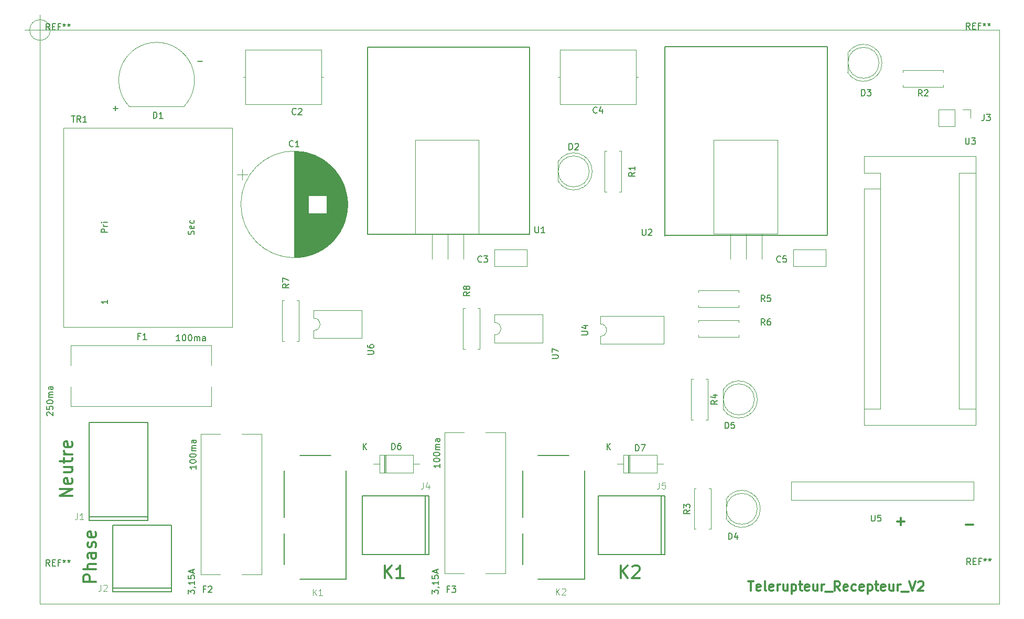
<source format=gbr>
%TF.GenerationSoftware,KiCad,Pcbnew,(5.1.8)-1*%
%TF.CreationDate,2021-06-08T09:03:09+02:00*%
%TF.ProjectId,Telerupteur_Recepteur_RF433_V2,54656c65-7275-4707-9465-75725f526563,V2*%
%TF.SameCoordinates,Original*%
%TF.FileFunction,Legend,Top*%
%TF.FilePolarity,Positive*%
%FSLAX46Y46*%
G04 Gerber Fmt 4.6, Leading zero omitted, Abs format (unit mm)*
G04 Created by KiCad (PCBNEW (5.1.8)-1) date 2021-06-08 09:03:09*
%MOMM*%
%LPD*%
G01*
G04 APERTURE LIST*
%ADD10C,0.375000*%
%TA.AperFunction,Profile*%
%ADD11C,0.050000*%
%TD*%
%TA.AperFunction,Profile*%
%ADD12C,0.100000*%
%TD*%
%ADD13C,0.200000*%
%ADD14C,0.300000*%
%ADD15C,0.120000*%
%ADD16C,0.127000*%
%ADD17C,0.150000*%
%ADD18C,0.015000*%
G04 APERTURE END LIST*
D10*
X160285714Y-132278571D02*
X161142857Y-132278571D01*
X160714285Y-133778571D02*
X160714285Y-132278571D01*
X162214285Y-133707142D02*
X162071428Y-133778571D01*
X161785714Y-133778571D01*
X161642857Y-133707142D01*
X161571428Y-133564285D01*
X161571428Y-132992857D01*
X161642857Y-132850000D01*
X161785714Y-132778571D01*
X162071428Y-132778571D01*
X162214285Y-132850000D01*
X162285714Y-132992857D01*
X162285714Y-133135714D01*
X161571428Y-133278571D01*
X163142857Y-133778571D02*
X163000000Y-133707142D01*
X162928571Y-133564285D01*
X162928571Y-132278571D01*
X164285714Y-133707142D02*
X164142857Y-133778571D01*
X163857142Y-133778571D01*
X163714285Y-133707142D01*
X163642857Y-133564285D01*
X163642857Y-132992857D01*
X163714285Y-132850000D01*
X163857142Y-132778571D01*
X164142857Y-132778571D01*
X164285714Y-132850000D01*
X164357142Y-132992857D01*
X164357142Y-133135714D01*
X163642857Y-133278571D01*
X165000000Y-133778571D02*
X165000000Y-132778571D01*
X165000000Y-133064285D02*
X165071428Y-132921428D01*
X165142857Y-132850000D01*
X165285714Y-132778571D01*
X165428571Y-132778571D01*
X166571428Y-132778571D02*
X166571428Y-133778571D01*
X165928571Y-132778571D02*
X165928571Y-133564285D01*
X166000000Y-133707142D01*
X166142857Y-133778571D01*
X166357142Y-133778571D01*
X166500000Y-133707142D01*
X166571428Y-133635714D01*
X167285714Y-132778571D02*
X167285714Y-134278571D01*
X167285714Y-132850000D02*
X167428571Y-132778571D01*
X167714285Y-132778571D01*
X167857142Y-132850000D01*
X167928571Y-132921428D01*
X168000000Y-133064285D01*
X168000000Y-133492857D01*
X167928571Y-133635714D01*
X167857142Y-133707142D01*
X167714285Y-133778571D01*
X167428571Y-133778571D01*
X167285714Y-133707142D01*
X168428571Y-132778571D02*
X169000000Y-132778571D01*
X168642857Y-132278571D02*
X168642857Y-133564285D01*
X168714285Y-133707142D01*
X168857142Y-133778571D01*
X169000000Y-133778571D01*
X170071428Y-133707142D02*
X169928571Y-133778571D01*
X169642857Y-133778571D01*
X169500000Y-133707142D01*
X169428571Y-133564285D01*
X169428571Y-132992857D01*
X169500000Y-132850000D01*
X169642857Y-132778571D01*
X169928571Y-132778571D01*
X170071428Y-132850000D01*
X170142857Y-132992857D01*
X170142857Y-133135714D01*
X169428571Y-133278571D01*
X171428571Y-132778571D02*
X171428571Y-133778571D01*
X170785714Y-132778571D02*
X170785714Y-133564285D01*
X170857142Y-133707142D01*
X171000000Y-133778571D01*
X171214285Y-133778571D01*
X171357142Y-133707142D01*
X171428571Y-133635714D01*
X172142857Y-133778571D02*
X172142857Y-132778571D01*
X172142857Y-133064285D02*
X172214285Y-132921428D01*
X172285714Y-132850000D01*
X172428571Y-132778571D01*
X172571428Y-132778571D01*
X172714285Y-133921428D02*
X173857142Y-133921428D01*
X175071428Y-133778571D02*
X174571428Y-133064285D01*
X174214285Y-133778571D02*
X174214285Y-132278571D01*
X174785714Y-132278571D01*
X174928571Y-132350000D01*
X175000000Y-132421428D01*
X175071428Y-132564285D01*
X175071428Y-132778571D01*
X175000000Y-132921428D01*
X174928571Y-132992857D01*
X174785714Y-133064285D01*
X174214285Y-133064285D01*
X176285714Y-133707142D02*
X176142857Y-133778571D01*
X175857142Y-133778571D01*
X175714285Y-133707142D01*
X175642857Y-133564285D01*
X175642857Y-132992857D01*
X175714285Y-132850000D01*
X175857142Y-132778571D01*
X176142857Y-132778571D01*
X176285714Y-132850000D01*
X176357142Y-132992857D01*
X176357142Y-133135714D01*
X175642857Y-133278571D01*
X177642857Y-133707142D02*
X177500000Y-133778571D01*
X177214285Y-133778571D01*
X177071428Y-133707142D01*
X177000000Y-133635714D01*
X176928571Y-133492857D01*
X176928571Y-133064285D01*
X177000000Y-132921428D01*
X177071428Y-132850000D01*
X177214285Y-132778571D01*
X177500000Y-132778571D01*
X177642857Y-132850000D01*
X178857142Y-133707142D02*
X178714285Y-133778571D01*
X178428571Y-133778571D01*
X178285714Y-133707142D01*
X178214285Y-133564285D01*
X178214285Y-132992857D01*
X178285714Y-132850000D01*
X178428571Y-132778571D01*
X178714285Y-132778571D01*
X178857142Y-132850000D01*
X178928571Y-132992857D01*
X178928571Y-133135714D01*
X178214285Y-133278571D01*
X179571428Y-132778571D02*
X179571428Y-134278571D01*
X179571428Y-132850000D02*
X179714285Y-132778571D01*
X180000000Y-132778571D01*
X180142857Y-132850000D01*
X180214285Y-132921428D01*
X180285714Y-133064285D01*
X180285714Y-133492857D01*
X180214285Y-133635714D01*
X180142857Y-133707142D01*
X180000000Y-133778571D01*
X179714285Y-133778571D01*
X179571428Y-133707142D01*
X180714285Y-132778571D02*
X181285714Y-132778571D01*
X180928571Y-132278571D02*
X180928571Y-133564285D01*
X181000000Y-133707142D01*
X181142857Y-133778571D01*
X181285714Y-133778571D01*
X182357142Y-133707142D02*
X182214285Y-133778571D01*
X181928571Y-133778571D01*
X181785714Y-133707142D01*
X181714285Y-133564285D01*
X181714285Y-132992857D01*
X181785714Y-132850000D01*
X181928571Y-132778571D01*
X182214285Y-132778571D01*
X182357142Y-132850000D01*
X182428571Y-132992857D01*
X182428571Y-133135714D01*
X181714285Y-133278571D01*
X183714285Y-132778571D02*
X183714285Y-133778571D01*
X183071428Y-132778571D02*
X183071428Y-133564285D01*
X183142857Y-133707142D01*
X183285714Y-133778571D01*
X183500000Y-133778571D01*
X183642857Y-133707142D01*
X183714285Y-133635714D01*
X184428571Y-133778571D02*
X184428571Y-132778571D01*
X184428571Y-133064285D02*
X184500000Y-132921428D01*
X184571428Y-132850000D01*
X184714285Y-132778571D01*
X184857142Y-132778571D01*
X185000000Y-133921428D02*
X186142857Y-133921428D01*
X186285714Y-132278571D02*
X186785714Y-133778571D01*
X187285714Y-132278571D01*
X187714285Y-132421428D02*
X187785714Y-132350000D01*
X187928571Y-132278571D01*
X188285714Y-132278571D01*
X188428571Y-132350000D01*
X188500000Y-132421428D01*
X188571428Y-132564285D01*
X188571428Y-132707142D01*
X188500000Y-132921428D01*
X187642857Y-133778571D01*
X188571428Y-133778571D01*
D11*
X47566666Y-43200000D02*
G75*
G03*
X47566666Y-43200000I-1666666J0D01*
G01*
X43400000Y-43200000D02*
X48400000Y-43200000D01*
X45900000Y-40700000D02*
X45900000Y-45700000D01*
D12*
X200800000Y-43180000D02*
X200800000Y-135910000D01*
X45900000Y-43200000D02*
X200800000Y-43180000D01*
X45900000Y-135900000D02*
X45900000Y-43200000D01*
X200800000Y-135910000D02*
X45900000Y-135900000D01*
D13*
X146800000Y-76370000D02*
X173000000Y-76370000D01*
X98780000Y-76190000D02*
X124980000Y-76190000D01*
X146800000Y-45870000D02*
X173000000Y-45870000D01*
X146820000Y-76430000D02*
X146800000Y-45870000D01*
X173000000Y-45870000D02*
X173000000Y-76170000D01*
X124980000Y-45990000D02*
X124980000Y-76190000D01*
X98780000Y-45990000D02*
X124980000Y-45990000D01*
X98780000Y-76190000D02*
X98780000Y-45990000D01*
D14*
X139673809Y-131704761D02*
X139673809Y-129704761D01*
X140816666Y-131704761D02*
X139959523Y-130561904D01*
X140816666Y-129704761D02*
X139673809Y-130847619D01*
X141578571Y-129895238D02*
X141673809Y-129800000D01*
X141864285Y-129704761D01*
X142340476Y-129704761D01*
X142530952Y-129800000D01*
X142626190Y-129895238D01*
X142721428Y-130085714D01*
X142721428Y-130276190D01*
X142626190Y-130561904D01*
X141483333Y-131704761D01*
X142721428Y-131704761D01*
X101573809Y-131734761D02*
X101573809Y-129734761D01*
X102716666Y-131734761D02*
X101859523Y-130591904D01*
X102716666Y-129734761D02*
X101573809Y-130877619D01*
X104621428Y-131734761D02*
X103478571Y-131734761D01*
X104050000Y-131734761D02*
X104050000Y-129734761D01*
X103859523Y-130020476D01*
X103669047Y-130210952D01*
X103478571Y-130306190D01*
X54904761Y-132300000D02*
X52904761Y-132300000D01*
X52904761Y-131538095D01*
X53000000Y-131347619D01*
X53095238Y-131252380D01*
X53285714Y-131157142D01*
X53571428Y-131157142D01*
X53761904Y-131252380D01*
X53857142Y-131347619D01*
X53952380Y-131538095D01*
X53952380Y-132300000D01*
X54904761Y-130300000D02*
X52904761Y-130300000D01*
X54904761Y-129442857D02*
X53857142Y-129442857D01*
X53666666Y-129538095D01*
X53571428Y-129728571D01*
X53571428Y-130014285D01*
X53666666Y-130204761D01*
X53761904Y-130300000D01*
X54904761Y-127633333D02*
X53857142Y-127633333D01*
X53666666Y-127728571D01*
X53571428Y-127919047D01*
X53571428Y-128300000D01*
X53666666Y-128490476D01*
X54809523Y-127633333D02*
X54904761Y-127823809D01*
X54904761Y-128300000D01*
X54809523Y-128490476D01*
X54619047Y-128585714D01*
X54428571Y-128585714D01*
X54238095Y-128490476D01*
X54142857Y-128300000D01*
X54142857Y-127823809D01*
X54047619Y-127633333D01*
X54809523Y-126776190D02*
X54904761Y-126585714D01*
X54904761Y-126204761D01*
X54809523Y-126014285D01*
X54619047Y-125919047D01*
X54523809Y-125919047D01*
X54333333Y-126014285D01*
X54238095Y-126204761D01*
X54238095Y-126490476D01*
X54142857Y-126680952D01*
X53952380Y-126776190D01*
X53857142Y-126776190D01*
X53666666Y-126680952D01*
X53571428Y-126490476D01*
X53571428Y-126204761D01*
X53666666Y-126014285D01*
X54809523Y-124300000D02*
X54904761Y-124490476D01*
X54904761Y-124871428D01*
X54809523Y-125061904D01*
X54619047Y-125157142D01*
X53857142Y-125157142D01*
X53666666Y-125061904D01*
X53571428Y-124871428D01*
X53571428Y-124490476D01*
X53666666Y-124300000D01*
X53857142Y-124204761D01*
X54047619Y-124204761D01*
X54238095Y-125157142D01*
X51104761Y-118480952D02*
X49104761Y-118480952D01*
X51104761Y-117338095D01*
X49104761Y-117338095D01*
X51009523Y-115623809D02*
X51104761Y-115814285D01*
X51104761Y-116195238D01*
X51009523Y-116385714D01*
X50819047Y-116480952D01*
X50057142Y-116480952D01*
X49866666Y-116385714D01*
X49771428Y-116195238D01*
X49771428Y-115814285D01*
X49866666Y-115623809D01*
X50057142Y-115528571D01*
X50247619Y-115528571D01*
X50438095Y-116480952D01*
X49771428Y-113814285D02*
X51104761Y-113814285D01*
X49771428Y-114671428D02*
X50819047Y-114671428D01*
X51009523Y-114576190D01*
X51104761Y-114385714D01*
X51104761Y-114100000D01*
X51009523Y-113909523D01*
X50914285Y-113814285D01*
X49771428Y-113147619D02*
X49771428Y-112385714D01*
X49104761Y-112861904D02*
X50819047Y-112861904D01*
X51009523Y-112766666D01*
X51104761Y-112576190D01*
X51104761Y-112385714D01*
X51104761Y-111719047D02*
X49771428Y-111719047D01*
X50152380Y-111719047D02*
X49961904Y-111623809D01*
X49866666Y-111528571D01*
X49771428Y-111338095D01*
X49771428Y-111147619D01*
X51009523Y-109719047D02*
X51104761Y-109909523D01*
X51104761Y-110290476D01*
X51009523Y-110480952D01*
X50819047Y-110576190D01*
X50057142Y-110576190D01*
X49866666Y-110480952D01*
X49771428Y-110290476D01*
X49771428Y-109909523D01*
X49866666Y-109719047D01*
X50057142Y-109623809D01*
X50247619Y-109623809D01*
X50438095Y-110576190D01*
D15*
%TO.C,U1*%
X114255000Y-76190000D02*
X114260000Y-80190000D01*
X111720000Y-76190000D02*
X111720000Y-80190000D01*
X109180000Y-76190000D02*
X109180000Y-80190000D01*
X106555000Y-60990000D02*
X116705000Y-60990000D01*
X116755000Y-60965000D02*
X116755000Y-76165000D01*
X116705000Y-76165000D02*
X106455000Y-76165000D01*
X106455000Y-76165000D02*
X106455000Y-60965000D01*
%TO.C,U5*%
X196670000Y-116150000D02*
X196670000Y-119100000D01*
X196670000Y-119100000D02*
X167170000Y-119100000D01*
X167170000Y-116150000D02*
X167170000Y-119100000D01*
X196670000Y-116150000D02*
X167170000Y-116150000D01*
%TO.C,F3*%
X121030000Y-108220000D02*
X117870000Y-108220000D01*
X114370000Y-108220000D02*
X111210000Y-108220000D01*
X114370000Y-130940000D02*
X111210000Y-130940000D01*
X111210000Y-130940000D02*
X111210000Y-108220000D01*
X121030000Y-130940000D02*
X121030000Y-108220000D01*
X121030000Y-130940000D02*
X117870000Y-130940000D01*
%TO.C,D1*%
X60355000Y-55560000D02*
X69130000Y-55560000D01*
X60330000Y-55560000D02*
G75*
G02*
X69130000Y-55560000I4400000J4252585D01*
G01*
%TO.C,U3*%
X181610000Y-68820000D02*
X181610000Y-66280000D01*
X181610000Y-66280000D02*
X178940000Y-66280000D01*
X178940000Y-68820000D02*
X178940000Y-107050000D01*
X178940000Y-63610000D02*
X178940000Y-66280000D01*
X194310000Y-66280000D02*
X196980000Y-66280000D01*
X194310000Y-66280000D02*
X194310000Y-104380000D01*
X194310000Y-104380000D02*
X196980000Y-104380000D01*
X181610000Y-68820000D02*
X178940000Y-68820000D01*
X181610000Y-68820000D02*
X181610000Y-104380000D01*
X181610000Y-104380000D02*
X178940000Y-104380000D01*
X178940000Y-107050000D02*
X196980000Y-107050000D01*
X196980000Y-107050000D02*
X196980000Y-63610000D01*
X196980000Y-63610000D02*
X178940000Y-63610000D01*
D16*
%TO.C,J5*%
X146230000Y-127960000D02*
X146230000Y-118460000D01*
X146230000Y-118460000D02*
X136070000Y-118460000D01*
X136070000Y-118460000D02*
X136070000Y-127960000D01*
X136070000Y-127960000D02*
X146230000Y-127960000D01*
X146230000Y-127960000D02*
X146830000Y-127960000D01*
X146830000Y-127960000D02*
X146830000Y-118460000D01*
X146830000Y-118460000D02*
X146230000Y-118460000D01*
%TO.C,J4*%
X108130000Y-127960000D02*
X108130000Y-118460000D01*
X108130000Y-118460000D02*
X97970000Y-118460000D01*
X97970000Y-118460000D02*
X97970000Y-127960000D01*
X97970000Y-127960000D02*
X108130000Y-127960000D01*
X108130000Y-127960000D02*
X108730000Y-127960000D01*
X108730000Y-127960000D02*
X108730000Y-118460000D01*
X108730000Y-118460000D02*
X108130000Y-118460000D01*
%TO.C,J2*%
X57660000Y-133370000D02*
X67160000Y-133370000D01*
X67160000Y-133370000D02*
X67160000Y-123210000D01*
X67160000Y-123210000D02*
X57660000Y-123210000D01*
X57660000Y-123210000D02*
X57660000Y-133370000D01*
X57660000Y-133370000D02*
X57660000Y-133970000D01*
X57660000Y-133970000D02*
X67160000Y-133970000D01*
X67160000Y-133970000D02*
X67160000Y-133370000D01*
%TO.C,J1*%
X53850000Y-121820000D02*
X63350000Y-121820000D01*
X63350000Y-121820000D02*
X63350000Y-106580000D01*
X63350000Y-106580000D02*
X53850000Y-106580000D01*
X53850000Y-106580000D02*
X53850000Y-121820000D01*
X53850000Y-121820000D02*
X53850000Y-122420000D01*
X53850000Y-122420000D02*
X63350000Y-122420000D01*
X63350000Y-122420000D02*
X63350000Y-121820000D01*
D15*
%TO.C,F2*%
X81660000Y-108440000D02*
X78500000Y-108440000D01*
X75000000Y-108440000D02*
X71840000Y-108440000D01*
X75000000Y-131160000D02*
X71840000Y-131160000D01*
X71840000Y-131160000D02*
X71840000Y-108440000D01*
X81660000Y-131160000D02*
X81660000Y-108440000D01*
X81660000Y-131160000D02*
X78500000Y-131160000D01*
%TO.C,F1*%
X73590000Y-103990000D02*
X73590000Y-100830000D01*
X73590000Y-97330000D02*
X73590000Y-94170000D01*
X50870000Y-97330000D02*
X50870000Y-94170000D01*
X50870000Y-94170000D02*
X73590000Y-94170000D01*
X50870000Y-103990000D02*
X73590000Y-103990000D01*
X50870000Y-103990000D02*
X50870000Y-100830000D01*
D16*
%TO.C,K2*%
X133820000Y-114360000D02*
X133820000Y-131940000D01*
X133820000Y-131940000D02*
X126320000Y-131940000D01*
X123820000Y-129520000D02*
X123820000Y-124510000D01*
X123820000Y-121895000D02*
X123820000Y-114360000D01*
X126320000Y-111940000D02*
X131320000Y-111940000D01*
%TO.C,K1*%
X87850000Y-111940000D02*
X92850000Y-111940000D01*
X85350000Y-121895000D02*
X85350000Y-114360000D01*
X85350000Y-129520000D02*
X85350000Y-124510000D01*
X95350000Y-131940000D02*
X87850000Y-131940000D01*
X95350000Y-114360000D02*
X95350000Y-131940000D01*
D15*
%TO.C,D7*%
X140070000Y-111800000D02*
X140070000Y-114740000D01*
X140070000Y-114740000D02*
X145510000Y-114740000D01*
X145510000Y-114740000D02*
X145510000Y-111800000D01*
X145510000Y-111800000D02*
X140070000Y-111800000D01*
X139050000Y-113270000D02*
X140070000Y-113270000D01*
X146530000Y-113270000D02*
X145510000Y-113270000D01*
X140970000Y-111800000D02*
X140970000Y-114740000D01*
X141090000Y-111800000D02*
X141090000Y-114740000D01*
X140850000Y-111800000D02*
X140850000Y-114740000D01*
%TO.C,D6*%
X100700000Y-111800000D02*
X100700000Y-114740000D01*
X100700000Y-114740000D02*
X106140000Y-114740000D01*
X106140000Y-114740000D02*
X106140000Y-111800000D01*
X106140000Y-111800000D02*
X100700000Y-111800000D01*
X99680000Y-113270000D02*
X100700000Y-113270000D01*
X107160000Y-113270000D02*
X106140000Y-113270000D01*
X101600000Y-111800000D02*
X101600000Y-114740000D01*
X101720000Y-111800000D02*
X101720000Y-114740000D01*
X101480000Y-111800000D02*
X101480000Y-114740000D01*
%TO.C,R3*%
X153910000Y-117280000D02*
X154240000Y-117280000D01*
X154240000Y-117280000D02*
X154240000Y-123820000D01*
X154240000Y-123820000D02*
X153910000Y-123820000D01*
X151830000Y-117280000D02*
X151500000Y-117280000D01*
X151500000Y-117280000D02*
X151500000Y-123820000D01*
X151500000Y-123820000D02*
X151830000Y-123820000D01*
%TO.C,C1*%
X95570000Y-71360000D02*
G75*
G03*
X95570000Y-71360000I-8620000J0D01*
G01*
X86950000Y-62779000D02*
X86950000Y-79941000D01*
X86990000Y-62780000D02*
X86990000Y-79940000D01*
X87030000Y-62780000D02*
X87030000Y-79940000D01*
X87070000Y-62780000D02*
X87070000Y-79940000D01*
X87110000Y-62781000D02*
X87110000Y-79939000D01*
X87150000Y-62782000D02*
X87150000Y-79938000D01*
X87190000Y-62783000D02*
X87190000Y-79937000D01*
X87230000Y-62784000D02*
X87230000Y-79936000D01*
X87270000Y-62785000D02*
X87270000Y-79935000D01*
X87310000Y-62787000D02*
X87310000Y-79933000D01*
X87350000Y-62789000D02*
X87350000Y-79931000D01*
X87390000Y-62791000D02*
X87390000Y-79929000D01*
X87430000Y-62793000D02*
X87430000Y-79927000D01*
X87470000Y-62795000D02*
X87470000Y-79925000D01*
X87510000Y-62798000D02*
X87510000Y-79922000D01*
X87550000Y-62800000D02*
X87550000Y-79920000D01*
X87590000Y-62803000D02*
X87590000Y-79917000D01*
X87630000Y-62806000D02*
X87630000Y-79914000D01*
X87671000Y-62810000D02*
X87671000Y-79910000D01*
X87711000Y-62813000D02*
X87711000Y-79907000D01*
X87751000Y-62817000D02*
X87751000Y-79903000D01*
X87791000Y-62821000D02*
X87791000Y-79899000D01*
X87831000Y-62825000D02*
X87831000Y-79895000D01*
X87871000Y-62829000D02*
X87871000Y-79891000D01*
X87911000Y-62833000D02*
X87911000Y-79887000D01*
X87951000Y-62838000D02*
X87951000Y-79882000D01*
X87991000Y-62842000D02*
X87991000Y-79878000D01*
X88031000Y-62847000D02*
X88031000Y-79873000D01*
X88071000Y-62853000D02*
X88071000Y-79867000D01*
X88111000Y-62858000D02*
X88111000Y-79862000D01*
X88151000Y-62863000D02*
X88151000Y-79857000D01*
X88191000Y-62869000D02*
X88191000Y-79851000D01*
X88231000Y-62875000D02*
X88231000Y-79845000D01*
X88271000Y-62881000D02*
X88271000Y-79839000D01*
X88311000Y-62887000D02*
X88311000Y-79833000D01*
X88351000Y-62894000D02*
X88351000Y-79826000D01*
X88391000Y-62901000D02*
X88391000Y-79819000D01*
X88431000Y-62908000D02*
X88431000Y-79812000D01*
X88471000Y-62915000D02*
X88471000Y-79805000D01*
X88511000Y-62922000D02*
X88511000Y-79798000D01*
X88551000Y-62929000D02*
X88551000Y-79791000D01*
X88591000Y-62937000D02*
X88591000Y-79783000D01*
X88631000Y-62945000D02*
X88631000Y-79775000D01*
X88671000Y-62953000D02*
X88671000Y-79767000D01*
X88711000Y-62961000D02*
X88711000Y-79759000D01*
X88751000Y-62970000D02*
X88751000Y-79750000D01*
X88791000Y-62978000D02*
X88791000Y-79742000D01*
X88831000Y-62987000D02*
X88831000Y-79733000D01*
X88871000Y-62996000D02*
X88871000Y-79724000D01*
X88911000Y-63005000D02*
X88911000Y-79715000D01*
X88951000Y-63015000D02*
X88951000Y-79705000D01*
X88991000Y-63024000D02*
X88991000Y-79696000D01*
X89031000Y-63034000D02*
X89031000Y-79686000D01*
X89071000Y-63044000D02*
X89071000Y-79676000D01*
X89111000Y-63055000D02*
X89111000Y-79665000D01*
X89151000Y-63065000D02*
X89151000Y-79655000D01*
X89191000Y-63076000D02*
X89191000Y-79644000D01*
X89231000Y-63086000D02*
X89231000Y-79634000D01*
X89271000Y-63098000D02*
X89271000Y-69920000D01*
X89271000Y-72800000D02*
X89271000Y-79622000D01*
X89311000Y-63109000D02*
X89311000Y-69920000D01*
X89311000Y-72800000D02*
X89311000Y-79611000D01*
X89351000Y-63120000D02*
X89351000Y-69920000D01*
X89351000Y-72800000D02*
X89351000Y-79600000D01*
X89391000Y-63132000D02*
X89391000Y-69920000D01*
X89391000Y-72800000D02*
X89391000Y-79588000D01*
X89431000Y-63144000D02*
X89431000Y-69920000D01*
X89431000Y-72800000D02*
X89431000Y-79576000D01*
X89471000Y-63156000D02*
X89471000Y-69920000D01*
X89471000Y-72800000D02*
X89471000Y-79564000D01*
X89511000Y-63168000D02*
X89511000Y-69920000D01*
X89511000Y-72800000D02*
X89511000Y-79552000D01*
X89551000Y-63181000D02*
X89551000Y-69920000D01*
X89551000Y-72800000D02*
X89551000Y-79539000D01*
X89591000Y-63194000D02*
X89591000Y-69920000D01*
X89591000Y-72800000D02*
X89591000Y-79526000D01*
X89631000Y-63207000D02*
X89631000Y-69920000D01*
X89631000Y-72800000D02*
X89631000Y-79513000D01*
X89671000Y-63220000D02*
X89671000Y-69920000D01*
X89671000Y-72800000D02*
X89671000Y-79500000D01*
X89711000Y-63233000D02*
X89711000Y-69920000D01*
X89711000Y-72800000D02*
X89711000Y-79487000D01*
X89751000Y-63247000D02*
X89751000Y-69920000D01*
X89751000Y-72800000D02*
X89751000Y-79473000D01*
X89791000Y-63261000D02*
X89791000Y-69920000D01*
X89791000Y-72800000D02*
X89791000Y-79459000D01*
X89831000Y-63275000D02*
X89831000Y-69920000D01*
X89831000Y-72800000D02*
X89831000Y-79445000D01*
X89871000Y-63289000D02*
X89871000Y-69920000D01*
X89871000Y-72800000D02*
X89871000Y-79431000D01*
X89911000Y-63304000D02*
X89911000Y-69920000D01*
X89911000Y-72800000D02*
X89911000Y-79416000D01*
X89951000Y-63318000D02*
X89951000Y-69920000D01*
X89951000Y-72800000D02*
X89951000Y-79402000D01*
X89991000Y-63333000D02*
X89991000Y-69920000D01*
X89991000Y-72800000D02*
X89991000Y-79387000D01*
X90031000Y-63349000D02*
X90031000Y-69920000D01*
X90031000Y-72800000D02*
X90031000Y-79371000D01*
X90071000Y-63364000D02*
X90071000Y-69920000D01*
X90071000Y-72800000D02*
X90071000Y-79356000D01*
X90111000Y-63380000D02*
X90111000Y-69920000D01*
X90111000Y-72800000D02*
X90111000Y-79340000D01*
X90151000Y-63395000D02*
X90151000Y-69920000D01*
X90151000Y-72800000D02*
X90151000Y-79325000D01*
X90191000Y-63412000D02*
X90191000Y-69920000D01*
X90191000Y-72800000D02*
X90191000Y-79308000D01*
X90231000Y-63428000D02*
X90231000Y-69920000D01*
X90231000Y-72800000D02*
X90231000Y-79292000D01*
X90271000Y-63445000D02*
X90271000Y-69920000D01*
X90271000Y-72800000D02*
X90271000Y-79275000D01*
X90311000Y-63461000D02*
X90311000Y-69920000D01*
X90311000Y-72800000D02*
X90311000Y-79259000D01*
X90351000Y-63478000D02*
X90351000Y-69920000D01*
X90351000Y-72800000D02*
X90351000Y-79242000D01*
X90391000Y-63496000D02*
X90391000Y-69920000D01*
X90391000Y-72800000D02*
X90391000Y-79224000D01*
X90431000Y-63513000D02*
X90431000Y-69920000D01*
X90431000Y-72800000D02*
X90431000Y-79207000D01*
X90471000Y-63531000D02*
X90471000Y-69920000D01*
X90471000Y-72800000D02*
X90471000Y-79189000D01*
X90511000Y-63549000D02*
X90511000Y-69920000D01*
X90511000Y-72800000D02*
X90511000Y-79171000D01*
X90551000Y-63567000D02*
X90551000Y-69920000D01*
X90551000Y-72800000D02*
X90551000Y-79153000D01*
X90591000Y-63586000D02*
X90591000Y-69920000D01*
X90591000Y-72800000D02*
X90591000Y-79134000D01*
X90631000Y-63605000D02*
X90631000Y-69920000D01*
X90631000Y-72800000D02*
X90631000Y-79115000D01*
X90671000Y-63624000D02*
X90671000Y-69920000D01*
X90671000Y-72800000D02*
X90671000Y-79096000D01*
X90711000Y-63643000D02*
X90711000Y-69920000D01*
X90711000Y-72800000D02*
X90711000Y-79077000D01*
X90751000Y-63662000D02*
X90751000Y-69920000D01*
X90751000Y-72800000D02*
X90751000Y-79058000D01*
X90791000Y-63682000D02*
X90791000Y-69920000D01*
X90791000Y-72800000D02*
X90791000Y-79038000D01*
X90831000Y-63702000D02*
X90831000Y-69920000D01*
X90831000Y-72800000D02*
X90831000Y-79018000D01*
X90871000Y-63722000D02*
X90871000Y-69920000D01*
X90871000Y-72800000D02*
X90871000Y-78998000D01*
X90911000Y-63743000D02*
X90911000Y-69920000D01*
X90911000Y-72800000D02*
X90911000Y-78977000D01*
X90951000Y-63764000D02*
X90951000Y-69920000D01*
X90951000Y-72800000D02*
X90951000Y-78956000D01*
X90991000Y-63785000D02*
X90991000Y-69920000D01*
X90991000Y-72800000D02*
X90991000Y-78935000D01*
X91031000Y-63806000D02*
X91031000Y-69920000D01*
X91031000Y-72800000D02*
X91031000Y-78914000D01*
X91071000Y-63828000D02*
X91071000Y-69920000D01*
X91071000Y-72800000D02*
X91071000Y-78892000D01*
X91111000Y-63850000D02*
X91111000Y-69920000D01*
X91111000Y-72800000D02*
X91111000Y-78870000D01*
X91151000Y-63872000D02*
X91151000Y-69920000D01*
X91151000Y-72800000D02*
X91151000Y-78848000D01*
X91191000Y-63894000D02*
X91191000Y-69920000D01*
X91191000Y-72800000D02*
X91191000Y-78826000D01*
X91231000Y-63917000D02*
X91231000Y-69920000D01*
X91231000Y-72800000D02*
X91231000Y-78803000D01*
X91271000Y-63940000D02*
X91271000Y-69920000D01*
X91271000Y-72800000D02*
X91271000Y-78780000D01*
X91311000Y-63963000D02*
X91311000Y-69920000D01*
X91311000Y-72800000D02*
X91311000Y-78757000D01*
X91351000Y-63987000D02*
X91351000Y-69920000D01*
X91351000Y-72800000D02*
X91351000Y-78733000D01*
X91391000Y-64011000D02*
X91391000Y-69920000D01*
X91391000Y-72800000D02*
X91391000Y-78709000D01*
X91431000Y-64035000D02*
X91431000Y-69920000D01*
X91431000Y-72800000D02*
X91431000Y-78685000D01*
X91471000Y-64060000D02*
X91471000Y-69920000D01*
X91471000Y-72800000D02*
X91471000Y-78660000D01*
X91511000Y-64084000D02*
X91511000Y-69920000D01*
X91511000Y-72800000D02*
X91511000Y-78636000D01*
X91551000Y-64109000D02*
X91551000Y-69920000D01*
X91551000Y-72800000D02*
X91551000Y-78611000D01*
X91591000Y-64135000D02*
X91591000Y-69920000D01*
X91591000Y-72800000D02*
X91591000Y-78585000D01*
X91631000Y-64161000D02*
X91631000Y-69920000D01*
X91631000Y-72800000D02*
X91631000Y-78559000D01*
X91671000Y-64187000D02*
X91671000Y-69920000D01*
X91671000Y-72800000D02*
X91671000Y-78533000D01*
X91711000Y-64213000D02*
X91711000Y-69920000D01*
X91711000Y-72800000D02*
X91711000Y-78507000D01*
X91751000Y-64240000D02*
X91751000Y-69920000D01*
X91751000Y-72800000D02*
X91751000Y-78480000D01*
X91791000Y-64267000D02*
X91791000Y-69920000D01*
X91791000Y-72800000D02*
X91791000Y-78453000D01*
X91831000Y-64294000D02*
X91831000Y-69920000D01*
X91831000Y-72800000D02*
X91831000Y-78426000D01*
X91871000Y-64322000D02*
X91871000Y-69920000D01*
X91871000Y-72800000D02*
X91871000Y-78398000D01*
X91911000Y-64349000D02*
X91911000Y-69920000D01*
X91911000Y-72800000D02*
X91911000Y-78371000D01*
X91951000Y-64378000D02*
X91951000Y-69920000D01*
X91951000Y-72800000D02*
X91951000Y-78342000D01*
X91991000Y-64406000D02*
X91991000Y-69920000D01*
X91991000Y-72800000D02*
X91991000Y-78314000D01*
X92031000Y-64435000D02*
X92031000Y-69920000D01*
X92031000Y-72800000D02*
X92031000Y-78285000D01*
X92071000Y-64465000D02*
X92071000Y-69920000D01*
X92071000Y-72800000D02*
X92071000Y-78255000D01*
X92111000Y-64495000D02*
X92111000Y-69920000D01*
X92111000Y-72800000D02*
X92111000Y-78225000D01*
X92151000Y-64525000D02*
X92151000Y-78195000D01*
X92191000Y-64555000D02*
X92191000Y-78165000D01*
X92231000Y-64586000D02*
X92231000Y-78134000D01*
X92271000Y-64617000D02*
X92271000Y-78103000D01*
X92311000Y-64649000D02*
X92311000Y-78071000D01*
X92351000Y-64681000D02*
X92351000Y-78039000D01*
X92391000Y-64713000D02*
X92391000Y-78007000D01*
X92431000Y-64746000D02*
X92431000Y-77974000D01*
X92471000Y-64779000D02*
X92471000Y-77941000D01*
X92511000Y-64812000D02*
X92511000Y-77908000D01*
X92551000Y-64846000D02*
X92551000Y-77874000D01*
X92591000Y-64881000D02*
X92591000Y-77839000D01*
X92631000Y-64916000D02*
X92631000Y-77804000D01*
X92671000Y-64951000D02*
X92671000Y-77769000D01*
X92711000Y-64986000D02*
X92711000Y-77734000D01*
X92751000Y-65023000D02*
X92751000Y-77697000D01*
X92791000Y-65059000D02*
X92791000Y-77661000D01*
X92831000Y-65096000D02*
X92831000Y-77624000D01*
X92871000Y-65134000D02*
X92871000Y-77586000D01*
X92911000Y-65172000D02*
X92911000Y-77548000D01*
X92951000Y-65210000D02*
X92951000Y-77510000D01*
X92991000Y-65249000D02*
X92991000Y-77471000D01*
X93031000Y-65289000D02*
X93031000Y-77431000D01*
X93071000Y-65329000D02*
X93071000Y-77391000D01*
X93111000Y-65370000D02*
X93111000Y-77350000D01*
X93151000Y-65411000D02*
X93151000Y-77309000D01*
X93191000Y-65453000D02*
X93191000Y-77267000D01*
X93231000Y-65495000D02*
X93231000Y-77225000D01*
X93271000Y-65538000D02*
X93271000Y-77182000D01*
X93311000Y-65581000D02*
X93311000Y-77139000D01*
X93351000Y-65625000D02*
X93351000Y-77095000D01*
X93391000Y-65670000D02*
X93391000Y-77050000D01*
X93431000Y-65715000D02*
X93431000Y-77005000D01*
X93471000Y-65761000D02*
X93471000Y-76959000D01*
X93511000Y-65807000D02*
X93511000Y-76913000D01*
X93551000Y-65855000D02*
X93551000Y-76865000D01*
X93591000Y-65903000D02*
X93591000Y-76817000D01*
X93631000Y-65951000D02*
X93631000Y-76769000D01*
X93671000Y-66001000D02*
X93671000Y-76719000D01*
X93711000Y-66051000D02*
X93711000Y-76669000D01*
X93751000Y-66102000D02*
X93751000Y-76618000D01*
X93791000Y-66154000D02*
X93791000Y-76566000D01*
X93831000Y-66206000D02*
X93831000Y-76514000D01*
X93871000Y-66260000D02*
X93871000Y-76460000D01*
X93911000Y-66314000D02*
X93911000Y-76406000D01*
X93951000Y-66369000D02*
X93951000Y-76351000D01*
X93991000Y-66425000D02*
X93991000Y-76295000D01*
X94031000Y-66482000D02*
X94031000Y-76238000D01*
X94071000Y-66540000D02*
X94071000Y-76180000D01*
X94111000Y-66600000D02*
X94111000Y-76120000D01*
X94151000Y-66660000D02*
X94151000Y-76060000D01*
X94191000Y-66721000D02*
X94191000Y-75999000D01*
X94231000Y-66784000D02*
X94231000Y-75936000D01*
X94271000Y-66847000D02*
X94271000Y-75873000D01*
X94311000Y-66912000D02*
X94311000Y-75808000D01*
X94351000Y-66979000D02*
X94351000Y-75741000D01*
X94391000Y-67046000D02*
X94391000Y-75674000D01*
X94431000Y-67115000D02*
X94431000Y-75605000D01*
X94471000Y-67186000D02*
X94471000Y-75534000D01*
X94511000Y-67258000D02*
X94511000Y-75462000D01*
X94551000Y-67332000D02*
X94551000Y-75388000D01*
X94591000Y-67408000D02*
X94591000Y-75312000D01*
X94631000Y-67485000D02*
X94631000Y-75235000D01*
X94671000Y-67565000D02*
X94671000Y-75155000D01*
X94711000Y-67646000D02*
X94711000Y-75074000D01*
X94751000Y-67730000D02*
X94751000Y-74990000D01*
X94791000Y-67816000D02*
X94791000Y-74904000D01*
X94831000Y-67905000D02*
X94831000Y-74815000D01*
X94871000Y-67997000D02*
X94871000Y-74723000D01*
X94911000Y-68092000D02*
X94911000Y-74628000D01*
X94951000Y-68189000D02*
X94951000Y-74531000D01*
X94991000Y-68291000D02*
X94991000Y-74429000D01*
X95031000Y-68397000D02*
X95031000Y-74323000D01*
X95071000Y-68506000D02*
X95071000Y-74214000D01*
X95111000Y-68621000D02*
X95111000Y-74099000D01*
X95150000Y-68742000D02*
X95150000Y-73978000D01*
X95190000Y-68868000D02*
X95190000Y-73852000D01*
X95230000Y-69002000D02*
X95230000Y-73718000D01*
X95270000Y-69145000D02*
X95270000Y-73575000D01*
X95310000Y-69298000D02*
X95310000Y-73422000D01*
X95350000Y-69464000D02*
X95350000Y-73256000D01*
X95390000Y-69647000D02*
X95390000Y-73073000D01*
X95430000Y-69852000D02*
X95430000Y-72868000D01*
X95470000Y-70090000D02*
X95470000Y-72630000D01*
X95510000Y-70384000D02*
X95510000Y-72336000D01*
X95550000Y-70813000D02*
X95550000Y-71907000D01*
X77725534Y-66525000D02*
X79425534Y-66525000D01*
X78575534Y-65675000D02*
X78575534Y-67375000D01*
%TO.C,C2*%
X78750000Y-50800000D02*
X79090000Y-50800000D01*
X91670000Y-50800000D02*
X91330000Y-50800000D01*
X79090000Y-55170000D02*
X91330000Y-55170000D01*
X79090000Y-46430000D02*
X79090000Y-55170000D01*
X91330000Y-46430000D02*
X79090000Y-46430000D01*
X91330000Y-55170000D02*
X91330000Y-46430000D01*
%TO.C,C3*%
X119280000Y-78640000D02*
X124520000Y-78640000D01*
X119280000Y-81380000D02*
X124520000Y-81380000D01*
X119280000Y-78640000D02*
X119280000Y-81380000D01*
X124520000Y-78640000D02*
X124520000Y-81380000D01*
%TO.C,C4*%
X142130000Y-55170000D02*
X142130000Y-46430000D01*
X142130000Y-46430000D02*
X129890000Y-46430000D01*
X129890000Y-46430000D02*
X129890000Y-55170000D01*
X129890000Y-55170000D02*
X142130000Y-55170000D01*
X142470000Y-50800000D02*
X142130000Y-50800000D01*
X129550000Y-50800000D02*
X129890000Y-50800000D01*
%TO.C,C5*%
X172780000Y-78640000D02*
X172780000Y-81380000D01*
X167540000Y-78640000D02*
X167540000Y-81380000D01*
X167540000Y-81380000D02*
X172780000Y-81380000D01*
X167540000Y-78640000D02*
X172780000Y-78640000D01*
%TO.C,D2*%
X134580000Y-66040000D02*
G75*
G03*
X134580000Y-66040000I-2500000J0D01*
G01*
X129520000Y-64495000D02*
X129520000Y-67585000D01*
X135070000Y-66040462D02*
G75*
G03*
X129520000Y-64495170I-2990000J462D01*
G01*
X135070000Y-66039538D02*
G75*
G02*
X129520000Y-67584830I-2990000J-462D01*
G01*
%TO.C,D3*%
X176310000Y-46955000D02*
X176310000Y-50045000D01*
X181370000Y-48500000D02*
G75*
G03*
X181370000Y-48500000I-2500000J0D01*
G01*
X181860000Y-48499538D02*
G75*
G02*
X176310000Y-50044830I-2990000J-462D01*
G01*
X181860000Y-48500462D02*
G75*
G03*
X176310000Y-46955170I-2990000J462D01*
G01*
%TO.C,D4*%
X161720000Y-120550000D02*
G75*
G03*
X161720000Y-120550000I-2500000J0D01*
G01*
X156660000Y-119005000D02*
X156660000Y-122095000D01*
X162210000Y-120550462D02*
G75*
G03*
X156660000Y-119005170I-2990000J462D01*
G01*
X162210000Y-120549538D02*
G75*
G02*
X156660000Y-122094830I-2990000J-462D01*
G01*
%TO.C,D5*%
X156190000Y-101325000D02*
X156190000Y-104415000D01*
X161250000Y-102870000D02*
G75*
G03*
X161250000Y-102870000I-2500000J0D01*
G01*
X161740000Y-102869538D02*
G75*
G02*
X156190000Y-104414830I-2990000J-462D01*
G01*
X161740000Y-102870462D02*
G75*
G03*
X156190000Y-101325170I-2990000J462D01*
G01*
%TO.C,J3*%
X190990000Y-56060000D02*
X190990000Y-58720000D01*
X193590000Y-56060000D02*
X190990000Y-56060000D01*
X193590000Y-58720000D02*
X190990000Y-58720000D01*
X193590000Y-56060000D02*
X193590000Y-58720000D01*
X194860000Y-56060000D02*
X196190000Y-56060000D01*
X196190000Y-56060000D02*
X196190000Y-57390000D01*
%TO.C,R1*%
X137390000Y-69310000D02*
X137060000Y-69310000D01*
X137060000Y-69310000D02*
X137060000Y-62770000D01*
X137060000Y-62770000D02*
X137390000Y-62770000D01*
X139470000Y-69310000D02*
X139800000Y-69310000D01*
X139800000Y-69310000D02*
X139800000Y-62770000D01*
X139800000Y-62770000D02*
X139470000Y-62770000D01*
%TO.C,R2*%
X191780000Y-52080000D02*
X191780000Y-52410000D01*
X191780000Y-52410000D02*
X185240000Y-52410000D01*
X185240000Y-52410000D02*
X185240000Y-52080000D01*
X191780000Y-50000000D02*
X191780000Y-49670000D01*
X191780000Y-49670000D02*
X185240000Y-49670000D01*
X185240000Y-49670000D02*
X185240000Y-50000000D01*
%TO.C,R4*%
X153440000Y-99600000D02*
X153770000Y-99600000D01*
X153770000Y-99600000D02*
X153770000Y-106140000D01*
X153770000Y-106140000D02*
X153440000Y-106140000D01*
X151360000Y-99600000D02*
X151030000Y-99600000D01*
X151030000Y-99600000D02*
X151030000Y-106140000D01*
X151030000Y-106140000D02*
X151360000Y-106140000D01*
%TO.C,R5*%
X158760000Y-87970000D02*
X158760000Y-87640000D01*
X152220000Y-87970000D02*
X158760000Y-87970000D01*
X152220000Y-87640000D02*
X152220000Y-87970000D01*
X158760000Y-85230000D02*
X158760000Y-85560000D01*
X152220000Y-85230000D02*
X158760000Y-85230000D01*
X152220000Y-85560000D02*
X152220000Y-85230000D01*
%TO.C,R6*%
X158760000Y-92810000D02*
X158760000Y-92480000D01*
X152220000Y-92810000D02*
X158760000Y-92810000D01*
X152220000Y-92480000D02*
X152220000Y-92810000D01*
X158760000Y-90070000D02*
X158760000Y-90400000D01*
X152220000Y-90070000D02*
X158760000Y-90070000D01*
X152220000Y-90400000D02*
X152220000Y-90070000D01*
%TO.C,R7*%
X84990000Y-93440000D02*
X85320000Y-93440000D01*
X84990000Y-86900000D02*
X84990000Y-93440000D01*
X85320000Y-86900000D02*
X84990000Y-86900000D01*
X87730000Y-93440000D02*
X87400000Y-93440000D01*
X87730000Y-86900000D02*
X87730000Y-93440000D01*
X87400000Y-86900000D02*
X87730000Y-86900000D01*
%TO.C,R8*%
X116610000Y-88170000D02*
X116940000Y-88170000D01*
X116940000Y-88170000D02*
X116940000Y-94710000D01*
X116940000Y-94710000D02*
X116610000Y-94710000D01*
X114530000Y-88170000D02*
X114200000Y-88170000D01*
X114200000Y-88170000D02*
X114200000Y-94710000D01*
X114200000Y-94710000D02*
X114530000Y-94710000D01*
%TO.C,TR1*%
X49720000Y-58970000D02*
X76960000Y-58970000D01*
X49720000Y-58970000D02*
X49720000Y-91210000D01*
X76960000Y-91210000D02*
X76960000Y-58970000D01*
X76960000Y-91210000D02*
X49720000Y-91210000D01*
%TO.C,U2*%
X154675000Y-76145000D02*
X154675000Y-60945000D01*
X164925000Y-76145000D02*
X154675000Y-76145000D01*
X164975000Y-60945000D02*
X164975000Y-76145000D01*
X154775000Y-60970000D02*
X164925000Y-60970000D01*
X157400000Y-76170000D02*
X157400000Y-80170000D01*
X159940000Y-76170000D02*
X159940000Y-80170000D01*
X162475000Y-76170000D02*
X162480000Y-80170000D01*
%TO.C,U4*%
X136380000Y-92680000D02*
X136380000Y-93930000D01*
X136380000Y-93930000D02*
X146660000Y-93930000D01*
X146660000Y-93930000D02*
X146660000Y-89430000D01*
X146660000Y-89430000D02*
X136380000Y-89430000D01*
X136380000Y-89430000D02*
X136380000Y-90680000D01*
X136380000Y-90680000D02*
G75*
G02*
X136380000Y-92680000I0J-1000000D01*
G01*
%TO.C,U6*%
X90110000Y-91740000D02*
X90110000Y-92990000D01*
X90110000Y-92990000D02*
X97850000Y-92990000D01*
X97850000Y-92990000D02*
X97850000Y-88490000D01*
X97850000Y-88490000D02*
X90110000Y-88490000D01*
X90110000Y-88490000D02*
X90110000Y-89740000D01*
X90110000Y-89740000D02*
G75*
G02*
X90110000Y-91740000I0J-1000000D01*
G01*
%TO.C,U7*%
X119320000Y-89190000D02*
X119320000Y-90440000D01*
X127060000Y-89190000D02*
X119320000Y-89190000D01*
X127060000Y-93690000D02*
X127060000Y-89190000D01*
X119320000Y-93690000D02*
X127060000Y-93690000D01*
X119320000Y-92440000D02*
X119320000Y-93690000D01*
X119320000Y-90440000D02*
G75*
G02*
X119320000Y-92440000I0J-1000000D01*
G01*
%TD*%
%TO.C,U1*%
D17*
X125838095Y-74952380D02*
X125838095Y-75761904D01*
X125885714Y-75857142D01*
X125933333Y-75904761D01*
X126028571Y-75952380D01*
X126219047Y-75952380D01*
X126314285Y-75904761D01*
X126361904Y-75857142D01*
X126409523Y-75761904D01*
X126409523Y-74952380D01*
X127409523Y-75952380D02*
X126838095Y-75952380D01*
X127123809Y-75952380D02*
X127123809Y-74952380D01*
X127028571Y-75095238D01*
X126933333Y-75190476D01*
X126838095Y-75238095D01*
%TO.C,U5*%
X180138095Y-121552380D02*
X180138095Y-122361904D01*
X180185714Y-122457142D01*
X180233333Y-122504761D01*
X180328571Y-122552380D01*
X180519047Y-122552380D01*
X180614285Y-122504761D01*
X180661904Y-122457142D01*
X180709523Y-122361904D01*
X180709523Y-121552380D01*
X181661904Y-121552380D02*
X181185714Y-121552380D01*
X181138095Y-122028571D01*
X181185714Y-121980952D01*
X181280952Y-121933333D01*
X181519047Y-121933333D01*
X181614285Y-121980952D01*
X181661904Y-122028571D01*
X181709523Y-122123809D01*
X181709523Y-122361904D01*
X181661904Y-122457142D01*
X181614285Y-122504761D01*
X181519047Y-122552380D01*
X181280952Y-122552380D01*
X181185714Y-122504761D01*
X181138095Y-122457142D01*
D10*
X195428571Y-123107142D02*
X196571428Y-123107142D01*
X184328571Y-122607142D02*
X185471428Y-122607142D01*
X184900000Y-123178571D02*
X184900000Y-122035714D01*
%TO.C,F3*%
D17*
X111976666Y-133518571D02*
X111643333Y-133518571D01*
X111643333Y-134042380D02*
X111643333Y-133042380D01*
X112119523Y-133042380D01*
X112405238Y-133042380D02*
X113024285Y-133042380D01*
X112690952Y-133423333D01*
X112833809Y-133423333D01*
X112929047Y-133470952D01*
X112976666Y-133518571D01*
X113024285Y-133613809D01*
X113024285Y-133851904D01*
X112976666Y-133947142D01*
X112929047Y-133994761D01*
X112833809Y-134042380D01*
X112548095Y-134042380D01*
X112452857Y-133994761D01*
X112405238Y-133947142D01*
X109222380Y-134272380D02*
X109222380Y-133653333D01*
X109603333Y-133986666D01*
X109603333Y-133843809D01*
X109650952Y-133748571D01*
X109698571Y-133700952D01*
X109793809Y-133653333D01*
X110031904Y-133653333D01*
X110127142Y-133700952D01*
X110174761Y-133748571D01*
X110222380Y-133843809D01*
X110222380Y-134129523D01*
X110174761Y-134224761D01*
X110127142Y-134272380D01*
X110174761Y-133177142D02*
X110222380Y-133177142D01*
X110317619Y-133224761D01*
X110365238Y-133272380D01*
X110222380Y-132224761D02*
X110222380Y-132796190D01*
X110222380Y-132510476D02*
X109222380Y-132510476D01*
X109365238Y-132605714D01*
X109460476Y-132700952D01*
X109508095Y-132796190D01*
X109222380Y-131320000D02*
X109222380Y-131796190D01*
X109698571Y-131843809D01*
X109650952Y-131796190D01*
X109603333Y-131700952D01*
X109603333Y-131462857D01*
X109650952Y-131367619D01*
X109698571Y-131320000D01*
X109793809Y-131272380D01*
X110031904Y-131272380D01*
X110127142Y-131320000D01*
X110174761Y-131367619D01*
X110222380Y-131462857D01*
X110222380Y-131700952D01*
X110174761Y-131796190D01*
X110127142Y-131843809D01*
X109936666Y-130891428D02*
X109936666Y-130415238D01*
X110222380Y-130986666D02*
X109222380Y-130653333D01*
X110222380Y-130320000D01*
X110447380Y-113315714D02*
X110447380Y-113887142D01*
X110447380Y-113601428D02*
X109447380Y-113601428D01*
X109590238Y-113696666D01*
X109685476Y-113791904D01*
X109733095Y-113887142D01*
X109447380Y-112696666D02*
X109447380Y-112601428D01*
X109495000Y-112506190D01*
X109542619Y-112458571D01*
X109637857Y-112410952D01*
X109828333Y-112363333D01*
X110066428Y-112363333D01*
X110256904Y-112410952D01*
X110352142Y-112458571D01*
X110399761Y-112506190D01*
X110447380Y-112601428D01*
X110447380Y-112696666D01*
X110399761Y-112791904D01*
X110352142Y-112839523D01*
X110256904Y-112887142D01*
X110066428Y-112934761D01*
X109828333Y-112934761D01*
X109637857Y-112887142D01*
X109542619Y-112839523D01*
X109495000Y-112791904D01*
X109447380Y-112696666D01*
X109447380Y-111744285D02*
X109447380Y-111649047D01*
X109495000Y-111553809D01*
X109542619Y-111506190D01*
X109637857Y-111458571D01*
X109828333Y-111410952D01*
X110066428Y-111410952D01*
X110256904Y-111458571D01*
X110352142Y-111506190D01*
X110399761Y-111553809D01*
X110447380Y-111649047D01*
X110447380Y-111744285D01*
X110399761Y-111839523D01*
X110352142Y-111887142D01*
X110256904Y-111934761D01*
X110066428Y-111982380D01*
X109828333Y-111982380D01*
X109637857Y-111934761D01*
X109542619Y-111887142D01*
X109495000Y-111839523D01*
X109447380Y-111744285D01*
X110447380Y-110982380D02*
X109780714Y-110982380D01*
X109875952Y-110982380D02*
X109828333Y-110934761D01*
X109780714Y-110839523D01*
X109780714Y-110696666D01*
X109828333Y-110601428D01*
X109923571Y-110553809D01*
X110447380Y-110553809D01*
X109923571Y-110553809D02*
X109828333Y-110506190D01*
X109780714Y-110410952D01*
X109780714Y-110268095D01*
X109828333Y-110172857D01*
X109923571Y-110125238D01*
X110447380Y-110125238D01*
X110447380Y-109220476D02*
X109923571Y-109220476D01*
X109828333Y-109268095D01*
X109780714Y-109363333D01*
X109780714Y-109553809D01*
X109828333Y-109649047D01*
X110399761Y-109220476D02*
X110447380Y-109315714D01*
X110447380Y-109553809D01*
X110399761Y-109649047D01*
X110304523Y-109696666D01*
X110209285Y-109696666D01*
X110114047Y-109649047D01*
X110066428Y-109553809D01*
X110066428Y-109315714D01*
X110018809Y-109220476D01*
%TO.C,D1*%
X64211904Y-57452380D02*
X64211904Y-56452380D01*
X64450000Y-56452380D01*
X64592857Y-56500000D01*
X64688095Y-56595238D01*
X64735714Y-56690476D01*
X64783333Y-56880952D01*
X64783333Y-57023809D01*
X64735714Y-57214285D01*
X64688095Y-57309523D01*
X64592857Y-57404761D01*
X64450000Y-57452380D01*
X64211904Y-57452380D01*
X65735714Y-57452380D02*
X65164285Y-57452380D01*
X65450000Y-57452380D02*
X65450000Y-56452380D01*
X65354761Y-56595238D01*
X65259523Y-56690476D01*
X65164285Y-56738095D01*
X71319047Y-48271428D02*
X72080952Y-48271428D01*
X57719047Y-55871428D02*
X58480952Y-55871428D01*
X58100000Y-56252380D02*
X58100000Y-55490476D01*
%TO.C,U3*%
X195368095Y-60652380D02*
X195368095Y-61461904D01*
X195415714Y-61557142D01*
X195463333Y-61604761D01*
X195558571Y-61652380D01*
X195749047Y-61652380D01*
X195844285Y-61604761D01*
X195891904Y-61557142D01*
X195939523Y-61461904D01*
X195939523Y-60652380D01*
X196320476Y-60652380D02*
X196939523Y-60652380D01*
X196606190Y-61033333D01*
X196749047Y-61033333D01*
X196844285Y-61080952D01*
X196891904Y-61128571D01*
X196939523Y-61223809D01*
X196939523Y-61461904D01*
X196891904Y-61557142D01*
X196844285Y-61604761D01*
X196749047Y-61652380D01*
X196463333Y-61652380D01*
X196368095Y-61604761D01*
X196320476Y-61557142D01*
%TO.C,J5*%
D18*
X145896666Y-116312380D02*
X145896666Y-117026666D01*
X145849047Y-117169523D01*
X145753809Y-117264761D01*
X145610952Y-117312380D01*
X145515714Y-117312380D01*
X146849047Y-116312380D02*
X146372857Y-116312380D01*
X146325238Y-116788571D01*
X146372857Y-116740952D01*
X146468095Y-116693333D01*
X146706190Y-116693333D01*
X146801428Y-116740952D01*
X146849047Y-116788571D01*
X146896666Y-116883809D01*
X146896666Y-117121904D01*
X146849047Y-117217142D01*
X146801428Y-117264761D01*
X146706190Y-117312380D01*
X146468095Y-117312380D01*
X146372857Y-117264761D01*
X146325238Y-117217142D01*
%TO.C,J4*%
X107796666Y-116312380D02*
X107796666Y-117026666D01*
X107749047Y-117169523D01*
X107653809Y-117264761D01*
X107510952Y-117312380D01*
X107415714Y-117312380D01*
X108701428Y-116645714D02*
X108701428Y-117312380D01*
X108463333Y-116264761D02*
X108225238Y-116979047D01*
X108844285Y-116979047D01*
%TO.C,J2*%
X55726666Y-132822380D02*
X55726666Y-133536666D01*
X55679047Y-133679523D01*
X55583809Y-133774761D01*
X55440952Y-133822380D01*
X55345714Y-133822380D01*
X56155238Y-132917619D02*
X56202857Y-132870000D01*
X56298095Y-132822380D01*
X56536190Y-132822380D01*
X56631428Y-132870000D01*
X56679047Y-132917619D01*
X56726666Y-133012857D01*
X56726666Y-133108095D01*
X56679047Y-133250952D01*
X56107619Y-133822380D01*
X56726666Y-133822380D01*
%TO.C,J1*%
X51916666Y-121272380D02*
X51916666Y-121986666D01*
X51869047Y-122129523D01*
X51773809Y-122224761D01*
X51630952Y-122272380D01*
X51535714Y-122272380D01*
X52916666Y-122272380D02*
X52345238Y-122272380D01*
X52630952Y-122272380D02*
X52630952Y-121272380D01*
X52535714Y-121415238D01*
X52440476Y-121510476D01*
X52345238Y-121558095D01*
%TO.C,F2*%
D17*
X72606666Y-133518571D02*
X72273333Y-133518571D01*
X72273333Y-134042380D02*
X72273333Y-133042380D01*
X72749523Y-133042380D01*
X73082857Y-133137619D02*
X73130476Y-133090000D01*
X73225714Y-133042380D01*
X73463809Y-133042380D01*
X73559047Y-133090000D01*
X73606666Y-133137619D01*
X73654285Y-133232857D01*
X73654285Y-133328095D01*
X73606666Y-133470952D01*
X73035238Y-134042380D01*
X73654285Y-134042380D01*
X69852380Y-134272380D02*
X69852380Y-133653333D01*
X70233333Y-133986666D01*
X70233333Y-133843809D01*
X70280952Y-133748571D01*
X70328571Y-133700952D01*
X70423809Y-133653333D01*
X70661904Y-133653333D01*
X70757142Y-133700952D01*
X70804761Y-133748571D01*
X70852380Y-133843809D01*
X70852380Y-134129523D01*
X70804761Y-134224761D01*
X70757142Y-134272380D01*
X70804761Y-133177142D02*
X70852380Y-133177142D01*
X70947619Y-133224761D01*
X70995238Y-133272380D01*
X70852380Y-132224761D02*
X70852380Y-132796190D01*
X70852380Y-132510476D02*
X69852380Y-132510476D01*
X69995238Y-132605714D01*
X70090476Y-132700952D01*
X70138095Y-132796190D01*
X69852380Y-131320000D02*
X69852380Y-131796190D01*
X70328571Y-131843809D01*
X70280952Y-131796190D01*
X70233333Y-131700952D01*
X70233333Y-131462857D01*
X70280952Y-131367619D01*
X70328571Y-131320000D01*
X70423809Y-131272380D01*
X70661904Y-131272380D01*
X70757142Y-131320000D01*
X70804761Y-131367619D01*
X70852380Y-131462857D01*
X70852380Y-131700952D01*
X70804761Y-131796190D01*
X70757142Y-131843809D01*
X70566666Y-130891428D02*
X70566666Y-130415238D01*
X70852380Y-130986666D02*
X69852380Y-130653333D01*
X70852380Y-130320000D01*
X71077380Y-113535714D02*
X71077380Y-114107142D01*
X71077380Y-113821428D02*
X70077380Y-113821428D01*
X70220238Y-113916666D01*
X70315476Y-114011904D01*
X70363095Y-114107142D01*
X70077380Y-112916666D02*
X70077380Y-112821428D01*
X70125000Y-112726190D01*
X70172619Y-112678571D01*
X70267857Y-112630952D01*
X70458333Y-112583333D01*
X70696428Y-112583333D01*
X70886904Y-112630952D01*
X70982142Y-112678571D01*
X71029761Y-112726190D01*
X71077380Y-112821428D01*
X71077380Y-112916666D01*
X71029761Y-113011904D01*
X70982142Y-113059523D01*
X70886904Y-113107142D01*
X70696428Y-113154761D01*
X70458333Y-113154761D01*
X70267857Y-113107142D01*
X70172619Y-113059523D01*
X70125000Y-113011904D01*
X70077380Y-112916666D01*
X70077380Y-111964285D02*
X70077380Y-111869047D01*
X70125000Y-111773809D01*
X70172619Y-111726190D01*
X70267857Y-111678571D01*
X70458333Y-111630952D01*
X70696428Y-111630952D01*
X70886904Y-111678571D01*
X70982142Y-111726190D01*
X71029761Y-111773809D01*
X71077380Y-111869047D01*
X71077380Y-111964285D01*
X71029761Y-112059523D01*
X70982142Y-112107142D01*
X70886904Y-112154761D01*
X70696428Y-112202380D01*
X70458333Y-112202380D01*
X70267857Y-112154761D01*
X70172619Y-112107142D01*
X70125000Y-112059523D01*
X70077380Y-111964285D01*
X71077380Y-111202380D02*
X70410714Y-111202380D01*
X70505952Y-111202380D02*
X70458333Y-111154761D01*
X70410714Y-111059523D01*
X70410714Y-110916666D01*
X70458333Y-110821428D01*
X70553571Y-110773809D01*
X71077380Y-110773809D01*
X70553571Y-110773809D02*
X70458333Y-110726190D01*
X70410714Y-110630952D01*
X70410714Y-110488095D01*
X70458333Y-110392857D01*
X70553571Y-110345238D01*
X71077380Y-110345238D01*
X71077380Y-109440476D02*
X70553571Y-109440476D01*
X70458333Y-109488095D01*
X70410714Y-109583333D01*
X70410714Y-109773809D01*
X70458333Y-109869047D01*
X71029761Y-109440476D02*
X71077380Y-109535714D01*
X71077380Y-109773809D01*
X71029761Y-109869047D01*
X70934523Y-109916666D01*
X70839285Y-109916666D01*
X70744047Y-109869047D01*
X70696428Y-109773809D01*
X70696428Y-109535714D01*
X70648809Y-109440476D01*
%TO.C,F1*%
X62076666Y-92658571D02*
X61743333Y-92658571D01*
X61743333Y-93182380D02*
X61743333Y-92182380D01*
X62219523Y-92182380D01*
X63124285Y-93182380D02*
X62552857Y-93182380D01*
X62838571Y-93182380D02*
X62838571Y-92182380D01*
X62743333Y-92325238D01*
X62648095Y-92420476D01*
X62552857Y-92468095D01*
X47087619Y-105467142D02*
X47040000Y-105419523D01*
X46992380Y-105324285D01*
X46992380Y-105086190D01*
X47040000Y-104990952D01*
X47087619Y-104943333D01*
X47182857Y-104895714D01*
X47278095Y-104895714D01*
X47420952Y-104943333D01*
X47992380Y-105514761D01*
X47992380Y-104895714D01*
X46992380Y-103990952D02*
X46992380Y-104467142D01*
X47468571Y-104514761D01*
X47420952Y-104467142D01*
X47373333Y-104371904D01*
X47373333Y-104133809D01*
X47420952Y-104038571D01*
X47468571Y-103990952D01*
X47563809Y-103943333D01*
X47801904Y-103943333D01*
X47897142Y-103990952D01*
X47944761Y-104038571D01*
X47992380Y-104133809D01*
X47992380Y-104371904D01*
X47944761Y-104467142D01*
X47897142Y-104514761D01*
X46992380Y-103324285D02*
X46992380Y-103229047D01*
X47040000Y-103133809D01*
X47087619Y-103086190D01*
X47182857Y-103038571D01*
X47373333Y-102990952D01*
X47611428Y-102990952D01*
X47801904Y-103038571D01*
X47897142Y-103086190D01*
X47944761Y-103133809D01*
X47992380Y-103229047D01*
X47992380Y-103324285D01*
X47944761Y-103419523D01*
X47897142Y-103467142D01*
X47801904Y-103514761D01*
X47611428Y-103562380D01*
X47373333Y-103562380D01*
X47182857Y-103514761D01*
X47087619Y-103467142D01*
X47040000Y-103419523D01*
X46992380Y-103324285D01*
X47992380Y-102562380D02*
X47325714Y-102562380D01*
X47420952Y-102562380D02*
X47373333Y-102514761D01*
X47325714Y-102419523D01*
X47325714Y-102276666D01*
X47373333Y-102181428D01*
X47468571Y-102133809D01*
X47992380Y-102133809D01*
X47468571Y-102133809D02*
X47373333Y-102086190D01*
X47325714Y-101990952D01*
X47325714Y-101848095D01*
X47373333Y-101752857D01*
X47468571Y-101705238D01*
X47992380Y-101705238D01*
X47992380Y-100800476D02*
X47468571Y-100800476D01*
X47373333Y-100848095D01*
X47325714Y-100943333D01*
X47325714Y-101133809D01*
X47373333Y-101229047D01*
X47944761Y-100800476D02*
X47992380Y-100895714D01*
X47992380Y-101133809D01*
X47944761Y-101229047D01*
X47849523Y-101276666D01*
X47754285Y-101276666D01*
X47659047Y-101229047D01*
X47611428Y-101133809D01*
X47611428Y-100895714D01*
X47563809Y-100800476D01*
X68494285Y-93407380D02*
X67922857Y-93407380D01*
X68208571Y-93407380D02*
X68208571Y-92407380D01*
X68113333Y-92550238D01*
X68018095Y-92645476D01*
X67922857Y-92693095D01*
X69113333Y-92407380D02*
X69208571Y-92407380D01*
X69303809Y-92455000D01*
X69351428Y-92502619D01*
X69399047Y-92597857D01*
X69446666Y-92788333D01*
X69446666Y-93026428D01*
X69399047Y-93216904D01*
X69351428Y-93312142D01*
X69303809Y-93359761D01*
X69208571Y-93407380D01*
X69113333Y-93407380D01*
X69018095Y-93359761D01*
X68970476Y-93312142D01*
X68922857Y-93216904D01*
X68875238Y-93026428D01*
X68875238Y-92788333D01*
X68922857Y-92597857D01*
X68970476Y-92502619D01*
X69018095Y-92455000D01*
X69113333Y-92407380D01*
X70065714Y-92407380D02*
X70160952Y-92407380D01*
X70256190Y-92455000D01*
X70303809Y-92502619D01*
X70351428Y-92597857D01*
X70399047Y-92788333D01*
X70399047Y-93026428D01*
X70351428Y-93216904D01*
X70303809Y-93312142D01*
X70256190Y-93359761D01*
X70160952Y-93407380D01*
X70065714Y-93407380D01*
X69970476Y-93359761D01*
X69922857Y-93312142D01*
X69875238Y-93216904D01*
X69827619Y-93026428D01*
X69827619Y-92788333D01*
X69875238Y-92597857D01*
X69922857Y-92502619D01*
X69970476Y-92455000D01*
X70065714Y-92407380D01*
X70827619Y-93407380D02*
X70827619Y-92740714D01*
X70827619Y-92835952D02*
X70875238Y-92788333D01*
X70970476Y-92740714D01*
X71113333Y-92740714D01*
X71208571Y-92788333D01*
X71256190Y-92883571D01*
X71256190Y-93407380D01*
X71256190Y-92883571D02*
X71303809Y-92788333D01*
X71399047Y-92740714D01*
X71541904Y-92740714D01*
X71637142Y-92788333D01*
X71684761Y-92883571D01*
X71684761Y-93407380D01*
X72589523Y-93407380D02*
X72589523Y-92883571D01*
X72541904Y-92788333D01*
X72446666Y-92740714D01*
X72256190Y-92740714D01*
X72160952Y-92788333D01*
X72589523Y-93359761D02*
X72494285Y-93407380D01*
X72256190Y-93407380D01*
X72160952Y-93359761D01*
X72113333Y-93264523D01*
X72113333Y-93169285D01*
X72160952Y-93074047D01*
X72256190Y-93026428D01*
X72494285Y-93026428D01*
X72589523Y-92978809D01*
%TO.C,K2*%
D18*
X129241904Y-134422380D02*
X129241904Y-133422380D01*
X129813333Y-134422380D02*
X129384761Y-133850952D01*
X129813333Y-133422380D02*
X129241904Y-133993809D01*
X130194285Y-133517619D02*
X130241904Y-133470000D01*
X130337142Y-133422380D01*
X130575238Y-133422380D01*
X130670476Y-133470000D01*
X130718095Y-133517619D01*
X130765714Y-133612857D01*
X130765714Y-133708095D01*
X130718095Y-133850952D01*
X130146666Y-134422380D01*
X130765714Y-134422380D01*
%TO.C,K1*%
X89971904Y-134522380D02*
X89971904Y-133522380D01*
X90543333Y-134522380D02*
X90114761Y-133950952D01*
X90543333Y-133522380D02*
X89971904Y-134093809D01*
X91495714Y-134522380D02*
X90924285Y-134522380D01*
X91210000Y-134522380D02*
X91210000Y-133522380D01*
X91114761Y-133665238D01*
X91019523Y-133760476D01*
X90924285Y-133808095D01*
%TO.C,D7*%
D17*
X142051904Y-111182380D02*
X142051904Y-110182380D01*
X142290000Y-110182380D01*
X142432857Y-110230000D01*
X142528095Y-110325238D01*
X142575714Y-110420476D01*
X142623333Y-110610952D01*
X142623333Y-110753809D01*
X142575714Y-110944285D01*
X142528095Y-111039523D01*
X142432857Y-111134761D01*
X142290000Y-111182380D01*
X142051904Y-111182380D01*
X142956666Y-110182380D02*
X143623333Y-110182380D01*
X143194761Y-111182380D01*
X137448095Y-110962380D02*
X137448095Y-109962380D01*
X138019523Y-110962380D02*
X137590952Y-110390952D01*
X138019523Y-109962380D02*
X137448095Y-110533809D01*
%TO.C,D6*%
X102681904Y-110962380D02*
X102681904Y-109962380D01*
X102920000Y-109962380D01*
X103062857Y-110010000D01*
X103158095Y-110105238D01*
X103205714Y-110200476D01*
X103253333Y-110390952D01*
X103253333Y-110533809D01*
X103205714Y-110724285D01*
X103158095Y-110819523D01*
X103062857Y-110914761D01*
X102920000Y-110962380D01*
X102681904Y-110962380D01*
X104110476Y-109962380D02*
X103920000Y-109962380D01*
X103824761Y-110010000D01*
X103777142Y-110057619D01*
X103681904Y-110200476D01*
X103634285Y-110390952D01*
X103634285Y-110771904D01*
X103681904Y-110867142D01*
X103729523Y-110914761D01*
X103824761Y-110962380D01*
X104015238Y-110962380D01*
X104110476Y-110914761D01*
X104158095Y-110867142D01*
X104205714Y-110771904D01*
X104205714Y-110533809D01*
X104158095Y-110438571D01*
X104110476Y-110390952D01*
X104015238Y-110343333D01*
X103824761Y-110343333D01*
X103729523Y-110390952D01*
X103681904Y-110438571D01*
X103634285Y-110533809D01*
X98078095Y-110962380D02*
X98078095Y-109962380D01*
X98649523Y-110962380D02*
X98220952Y-110390952D01*
X98649523Y-109962380D02*
X98078095Y-110533809D01*
%TO.C,REF\u002A\u002A*%
X196166666Y-129552380D02*
X195833333Y-129076190D01*
X195595238Y-129552380D02*
X195595238Y-128552380D01*
X195976190Y-128552380D01*
X196071428Y-128600000D01*
X196119047Y-128647619D01*
X196166666Y-128742857D01*
X196166666Y-128885714D01*
X196119047Y-128980952D01*
X196071428Y-129028571D01*
X195976190Y-129076190D01*
X195595238Y-129076190D01*
X196595238Y-129028571D02*
X196928571Y-129028571D01*
X197071428Y-129552380D02*
X196595238Y-129552380D01*
X196595238Y-128552380D01*
X197071428Y-128552380D01*
X197833333Y-129028571D02*
X197500000Y-129028571D01*
X197500000Y-129552380D02*
X197500000Y-128552380D01*
X197976190Y-128552380D01*
X198500000Y-128552380D02*
X198500000Y-128790476D01*
X198261904Y-128695238D02*
X198500000Y-128790476D01*
X198738095Y-128695238D01*
X198357142Y-128980952D02*
X198500000Y-128790476D01*
X198642857Y-128980952D01*
X199261904Y-128552380D02*
X199261904Y-128790476D01*
X199023809Y-128695238D02*
X199261904Y-128790476D01*
X199500000Y-128695238D01*
X199119047Y-128980952D02*
X199261904Y-128790476D01*
X199404761Y-128980952D01*
X196066666Y-43052380D02*
X195733333Y-42576190D01*
X195495238Y-43052380D02*
X195495238Y-42052380D01*
X195876190Y-42052380D01*
X195971428Y-42100000D01*
X196019047Y-42147619D01*
X196066666Y-42242857D01*
X196066666Y-42385714D01*
X196019047Y-42480952D01*
X195971428Y-42528571D01*
X195876190Y-42576190D01*
X195495238Y-42576190D01*
X196495238Y-42528571D02*
X196828571Y-42528571D01*
X196971428Y-43052380D02*
X196495238Y-43052380D01*
X196495238Y-42052380D01*
X196971428Y-42052380D01*
X197733333Y-42528571D02*
X197400000Y-42528571D01*
X197400000Y-43052380D02*
X197400000Y-42052380D01*
X197876190Y-42052380D01*
X198400000Y-42052380D02*
X198400000Y-42290476D01*
X198161904Y-42195238D02*
X198400000Y-42290476D01*
X198638095Y-42195238D01*
X198257142Y-42480952D02*
X198400000Y-42290476D01*
X198542857Y-42480952D01*
X199161904Y-42052380D02*
X199161904Y-42290476D01*
X198923809Y-42195238D02*
X199161904Y-42290476D01*
X199400000Y-42195238D01*
X199019047Y-42480952D02*
X199161904Y-42290476D01*
X199304761Y-42480952D01*
X47466666Y-43152380D02*
X47133333Y-42676190D01*
X46895238Y-43152380D02*
X46895238Y-42152380D01*
X47276190Y-42152380D01*
X47371428Y-42200000D01*
X47419047Y-42247619D01*
X47466666Y-42342857D01*
X47466666Y-42485714D01*
X47419047Y-42580952D01*
X47371428Y-42628571D01*
X47276190Y-42676190D01*
X46895238Y-42676190D01*
X47895238Y-42628571D02*
X48228571Y-42628571D01*
X48371428Y-43152380D02*
X47895238Y-43152380D01*
X47895238Y-42152380D01*
X48371428Y-42152380D01*
X49133333Y-42628571D02*
X48800000Y-42628571D01*
X48800000Y-43152380D02*
X48800000Y-42152380D01*
X49276190Y-42152380D01*
X49800000Y-42152380D02*
X49800000Y-42390476D01*
X49561904Y-42295238D02*
X49800000Y-42390476D01*
X50038095Y-42295238D01*
X49657142Y-42580952D02*
X49800000Y-42390476D01*
X49942857Y-42580952D01*
X50561904Y-42152380D02*
X50561904Y-42390476D01*
X50323809Y-42295238D02*
X50561904Y-42390476D01*
X50800000Y-42295238D01*
X50419047Y-42580952D02*
X50561904Y-42390476D01*
X50704761Y-42580952D01*
X47466666Y-129752380D02*
X47133333Y-129276190D01*
X46895238Y-129752380D02*
X46895238Y-128752380D01*
X47276190Y-128752380D01*
X47371428Y-128800000D01*
X47419047Y-128847619D01*
X47466666Y-128942857D01*
X47466666Y-129085714D01*
X47419047Y-129180952D01*
X47371428Y-129228571D01*
X47276190Y-129276190D01*
X46895238Y-129276190D01*
X47895238Y-129228571D02*
X48228571Y-129228571D01*
X48371428Y-129752380D02*
X47895238Y-129752380D01*
X47895238Y-128752380D01*
X48371428Y-128752380D01*
X49133333Y-129228571D02*
X48800000Y-129228571D01*
X48800000Y-129752380D02*
X48800000Y-128752380D01*
X49276190Y-128752380D01*
X49800000Y-128752380D02*
X49800000Y-128990476D01*
X49561904Y-128895238D02*
X49800000Y-128990476D01*
X50038095Y-128895238D01*
X49657142Y-129180952D02*
X49800000Y-128990476D01*
X49942857Y-129180952D01*
X50561904Y-128752380D02*
X50561904Y-128990476D01*
X50323809Y-128895238D02*
X50561904Y-128990476D01*
X50800000Y-128895238D01*
X50419047Y-129180952D02*
X50561904Y-128990476D01*
X50704761Y-129180952D01*
%TO.C,R3*%
X150862380Y-120716666D02*
X150386190Y-121050000D01*
X150862380Y-121288095D02*
X149862380Y-121288095D01*
X149862380Y-120907142D01*
X149910000Y-120811904D01*
X149957619Y-120764285D01*
X150052857Y-120716666D01*
X150195714Y-120716666D01*
X150290952Y-120764285D01*
X150338571Y-120811904D01*
X150386190Y-120907142D01*
X150386190Y-121288095D01*
X149862380Y-120383333D02*
X149862380Y-119764285D01*
X150243333Y-120097619D01*
X150243333Y-119954761D01*
X150290952Y-119859523D01*
X150338571Y-119811904D01*
X150433809Y-119764285D01*
X150671904Y-119764285D01*
X150767142Y-119811904D01*
X150814761Y-119859523D01*
X150862380Y-119954761D01*
X150862380Y-120240476D01*
X150814761Y-120335714D01*
X150767142Y-120383333D01*
%TO.C,C1*%
X86783333Y-61967142D02*
X86735714Y-62014761D01*
X86592857Y-62062380D01*
X86497619Y-62062380D01*
X86354761Y-62014761D01*
X86259523Y-61919523D01*
X86211904Y-61824285D01*
X86164285Y-61633809D01*
X86164285Y-61490952D01*
X86211904Y-61300476D01*
X86259523Y-61205238D01*
X86354761Y-61110000D01*
X86497619Y-61062380D01*
X86592857Y-61062380D01*
X86735714Y-61110000D01*
X86783333Y-61157619D01*
X87735714Y-62062380D02*
X87164285Y-62062380D01*
X87450000Y-62062380D02*
X87450000Y-61062380D01*
X87354761Y-61205238D01*
X87259523Y-61300476D01*
X87164285Y-61348095D01*
%TO.C,C2*%
X87233333Y-56757142D02*
X87185714Y-56804761D01*
X87042857Y-56852380D01*
X86947619Y-56852380D01*
X86804761Y-56804761D01*
X86709523Y-56709523D01*
X86661904Y-56614285D01*
X86614285Y-56423809D01*
X86614285Y-56280952D01*
X86661904Y-56090476D01*
X86709523Y-55995238D01*
X86804761Y-55900000D01*
X86947619Y-55852380D01*
X87042857Y-55852380D01*
X87185714Y-55900000D01*
X87233333Y-55947619D01*
X87614285Y-55947619D02*
X87661904Y-55900000D01*
X87757142Y-55852380D01*
X87995238Y-55852380D01*
X88090476Y-55900000D01*
X88138095Y-55947619D01*
X88185714Y-56042857D01*
X88185714Y-56138095D01*
X88138095Y-56280952D01*
X87566666Y-56852380D01*
X88185714Y-56852380D01*
%TO.C,C3*%
X117223333Y-80607142D02*
X117175714Y-80654761D01*
X117032857Y-80702380D01*
X116937619Y-80702380D01*
X116794761Y-80654761D01*
X116699523Y-80559523D01*
X116651904Y-80464285D01*
X116604285Y-80273809D01*
X116604285Y-80130952D01*
X116651904Y-79940476D01*
X116699523Y-79845238D01*
X116794761Y-79750000D01*
X116937619Y-79702380D01*
X117032857Y-79702380D01*
X117175714Y-79750000D01*
X117223333Y-79797619D01*
X117556666Y-79702380D02*
X118175714Y-79702380D01*
X117842380Y-80083333D01*
X117985238Y-80083333D01*
X118080476Y-80130952D01*
X118128095Y-80178571D01*
X118175714Y-80273809D01*
X118175714Y-80511904D01*
X118128095Y-80607142D01*
X118080476Y-80654761D01*
X117985238Y-80702380D01*
X117699523Y-80702380D01*
X117604285Y-80654761D01*
X117556666Y-80607142D01*
%TO.C,C4*%
X135843333Y-56527142D02*
X135795714Y-56574761D01*
X135652857Y-56622380D01*
X135557619Y-56622380D01*
X135414761Y-56574761D01*
X135319523Y-56479523D01*
X135271904Y-56384285D01*
X135224285Y-56193809D01*
X135224285Y-56050952D01*
X135271904Y-55860476D01*
X135319523Y-55765238D01*
X135414761Y-55670000D01*
X135557619Y-55622380D01*
X135652857Y-55622380D01*
X135795714Y-55670000D01*
X135843333Y-55717619D01*
X136700476Y-55955714D02*
X136700476Y-56622380D01*
X136462380Y-55574761D02*
X136224285Y-56289047D01*
X136843333Y-56289047D01*
%TO.C,C5*%
X165483333Y-80607142D02*
X165435714Y-80654761D01*
X165292857Y-80702380D01*
X165197619Y-80702380D01*
X165054761Y-80654761D01*
X164959523Y-80559523D01*
X164911904Y-80464285D01*
X164864285Y-80273809D01*
X164864285Y-80130952D01*
X164911904Y-79940476D01*
X164959523Y-79845238D01*
X165054761Y-79750000D01*
X165197619Y-79702380D01*
X165292857Y-79702380D01*
X165435714Y-79750000D01*
X165483333Y-79797619D01*
X166388095Y-79702380D02*
X165911904Y-79702380D01*
X165864285Y-80178571D01*
X165911904Y-80130952D01*
X166007142Y-80083333D01*
X166245238Y-80083333D01*
X166340476Y-80130952D01*
X166388095Y-80178571D01*
X166435714Y-80273809D01*
X166435714Y-80511904D01*
X166388095Y-80607142D01*
X166340476Y-80654761D01*
X166245238Y-80702380D01*
X166007142Y-80702380D01*
X165911904Y-80654761D01*
X165864285Y-80607142D01*
%TO.C,D2*%
X131341904Y-62532380D02*
X131341904Y-61532380D01*
X131580000Y-61532380D01*
X131722857Y-61580000D01*
X131818095Y-61675238D01*
X131865714Y-61770476D01*
X131913333Y-61960952D01*
X131913333Y-62103809D01*
X131865714Y-62294285D01*
X131818095Y-62389523D01*
X131722857Y-62484761D01*
X131580000Y-62532380D01*
X131341904Y-62532380D01*
X132294285Y-61627619D02*
X132341904Y-61580000D01*
X132437142Y-61532380D01*
X132675238Y-61532380D01*
X132770476Y-61580000D01*
X132818095Y-61627619D01*
X132865714Y-61722857D01*
X132865714Y-61818095D01*
X132818095Y-61960952D01*
X132246666Y-62532380D01*
X132865714Y-62532380D01*
%TO.C,D3*%
X178561904Y-53812380D02*
X178561904Y-52812380D01*
X178800000Y-52812380D01*
X178942857Y-52860000D01*
X179038095Y-52955238D01*
X179085714Y-53050476D01*
X179133333Y-53240952D01*
X179133333Y-53383809D01*
X179085714Y-53574285D01*
X179038095Y-53669523D01*
X178942857Y-53764761D01*
X178800000Y-53812380D01*
X178561904Y-53812380D01*
X179466666Y-52812380D02*
X180085714Y-52812380D01*
X179752380Y-53193333D01*
X179895238Y-53193333D01*
X179990476Y-53240952D01*
X180038095Y-53288571D01*
X180085714Y-53383809D01*
X180085714Y-53621904D01*
X180038095Y-53717142D01*
X179990476Y-53764761D01*
X179895238Y-53812380D01*
X179609523Y-53812380D01*
X179514285Y-53764761D01*
X179466666Y-53717142D01*
%TO.C,D4*%
X157091904Y-125452380D02*
X157091904Y-124452380D01*
X157330000Y-124452380D01*
X157472857Y-124500000D01*
X157568095Y-124595238D01*
X157615714Y-124690476D01*
X157663333Y-124880952D01*
X157663333Y-125023809D01*
X157615714Y-125214285D01*
X157568095Y-125309523D01*
X157472857Y-125404761D01*
X157330000Y-125452380D01*
X157091904Y-125452380D01*
X158520476Y-124785714D02*
X158520476Y-125452380D01*
X158282380Y-124404761D02*
X158044285Y-125119047D01*
X158663333Y-125119047D01*
%TO.C,D5*%
X156531904Y-107552380D02*
X156531904Y-106552380D01*
X156770000Y-106552380D01*
X156912857Y-106600000D01*
X157008095Y-106695238D01*
X157055714Y-106790476D01*
X157103333Y-106980952D01*
X157103333Y-107123809D01*
X157055714Y-107314285D01*
X157008095Y-107409523D01*
X156912857Y-107504761D01*
X156770000Y-107552380D01*
X156531904Y-107552380D01*
X158008095Y-106552380D02*
X157531904Y-106552380D01*
X157484285Y-107028571D01*
X157531904Y-106980952D01*
X157627142Y-106933333D01*
X157865238Y-106933333D01*
X157960476Y-106980952D01*
X158008095Y-107028571D01*
X158055714Y-107123809D01*
X158055714Y-107361904D01*
X158008095Y-107457142D01*
X157960476Y-107504761D01*
X157865238Y-107552380D01*
X157627142Y-107552380D01*
X157531904Y-107504761D01*
X157484285Y-107457142D01*
%TO.C,J3*%
X198336666Y-56842380D02*
X198336666Y-57556666D01*
X198289047Y-57699523D01*
X198193809Y-57794761D01*
X198050952Y-57842380D01*
X197955714Y-57842380D01*
X198717619Y-56842380D02*
X199336666Y-56842380D01*
X199003333Y-57223333D01*
X199146190Y-57223333D01*
X199241428Y-57270952D01*
X199289047Y-57318571D01*
X199336666Y-57413809D01*
X199336666Y-57651904D01*
X199289047Y-57747142D01*
X199241428Y-57794761D01*
X199146190Y-57842380D01*
X198860476Y-57842380D01*
X198765238Y-57794761D01*
X198717619Y-57747142D01*
%TO.C,R1*%
X141972380Y-66206666D02*
X141496190Y-66540000D01*
X141972380Y-66778095D02*
X140972380Y-66778095D01*
X140972380Y-66397142D01*
X141020000Y-66301904D01*
X141067619Y-66254285D01*
X141162857Y-66206666D01*
X141305714Y-66206666D01*
X141400952Y-66254285D01*
X141448571Y-66301904D01*
X141496190Y-66397142D01*
X141496190Y-66778095D01*
X141972380Y-65254285D02*
X141972380Y-65825714D01*
X141972380Y-65540000D02*
X140972380Y-65540000D01*
X141115238Y-65635238D01*
X141210476Y-65730476D01*
X141258095Y-65825714D01*
%TO.C,R2*%
X188343333Y-53862380D02*
X188010000Y-53386190D01*
X187771904Y-53862380D02*
X187771904Y-52862380D01*
X188152857Y-52862380D01*
X188248095Y-52910000D01*
X188295714Y-52957619D01*
X188343333Y-53052857D01*
X188343333Y-53195714D01*
X188295714Y-53290952D01*
X188248095Y-53338571D01*
X188152857Y-53386190D01*
X187771904Y-53386190D01*
X188724285Y-52957619D02*
X188771904Y-52910000D01*
X188867142Y-52862380D01*
X189105238Y-52862380D01*
X189200476Y-52910000D01*
X189248095Y-52957619D01*
X189295714Y-53052857D01*
X189295714Y-53148095D01*
X189248095Y-53290952D01*
X188676666Y-53862380D01*
X189295714Y-53862380D01*
%TO.C,R4*%
X155222380Y-103036666D02*
X154746190Y-103370000D01*
X155222380Y-103608095D02*
X154222380Y-103608095D01*
X154222380Y-103227142D01*
X154270000Y-103131904D01*
X154317619Y-103084285D01*
X154412857Y-103036666D01*
X154555714Y-103036666D01*
X154650952Y-103084285D01*
X154698571Y-103131904D01*
X154746190Y-103227142D01*
X154746190Y-103608095D01*
X154555714Y-102179523D02*
X155222380Y-102179523D01*
X154174761Y-102417619D02*
X154889047Y-102655714D01*
X154889047Y-102036666D01*
%TO.C,R5*%
X162943333Y-87052380D02*
X162610000Y-86576190D01*
X162371904Y-87052380D02*
X162371904Y-86052380D01*
X162752857Y-86052380D01*
X162848095Y-86100000D01*
X162895714Y-86147619D01*
X162943333Y-86242857D01*
X162943333Y-86385714D01*
X162895714Y-86480952D01*
X162848095Y-86528571D01*
X162752857Y-86576190D01*
X162371904Y-86576190D01*
X163848095Y-86052380D02*
X163371904Y-86052380D01*
X163324285Y-86528571D01*
X163371904Y-86480952D01*
X163467142Y-86433333D01*
X163705238Y-86433333D01*
X163800476Y-86480952D01*
X163848095Y-86528571D01*
X163895714Y-86623809D01*
X163895714Y-86861904D01*
X163848095Y-86957142D01*
X163800476Y-87004761D01*
X163705238Y-87052380D01*
X163467142Y-87052380D01*
X163371904Y-87004761D01*
X163324285Y-86957142D01*
%TO.C,R6*%
X162943333Y-90862380D02*
X162610000Y-90386190D01*
X162371904Y-90862380D02*
X162371904Y-89862380D01*
X162752857Y-89862380D01*
X162848095Y-89910000D01*
X162895714Y-89957619D01*
X162943333Y-90052857D01*
X162943333Y-90195714D01*
X162895714Y-90290952D01*
X162848095Y-90338571D01*
X162752857Y-90386190D01*
X162371904Y-90386190D01*
X163800476Y-89862380D02*
X163610000Y-89862380D01*
X163514761Y-89910000D01*
X163467142Y-89957619D01*
X163371904Y-90100476D01*
X163324285Y-90290952D01*
X163324285Y-90671904D01*
X163371904Y-90767142D01*
X163419523Y-90814761D01*
X163514761Y-90862380D01*
X163705238Y-90862380D01*
X163800476Y-90814761D01*
X163848095Y-90767142D01*
X163895714Y-90671904D01*
X163895714Y-90433809D01*
X163848095Y-90338571D01*
X163800476Y-90290952D01*
X163705238Y-90243333D01*
X163514761Y-90243333D01*
X163419523Y-90290952D01*
X163371904Y-90338571D01*
X163324285Y-90433809D01*
%TO.C,R7*%
X86092380Y-84226666D02*
X85616190Y-84560000D01*
X86092380Y-84798095D02*
X85092380Y-84798095D01*
X85092380Y-84417142D01*
X85140000Y-84321904D01*
X85187619Y-84274285D01*
X85282857Y-84226666D01*
X85425714Y-84226666D01*
X85520952Y-84274285D01*
X85568571Y-84321904D01*
X85616190Y-84417142D01*
X85616190Y-84798095D01*
X85092380Y-83893333D02*
X85092380Y-83226666D01*
X86092380Y-83655238D01*
%TO.C,R8*%
X115302380Y-85496666D02*
X114826190Y-85830000D01*
X115302380Y-86068095D02*
X114302380Y-86068095D01*
X114302380Y-85687142D01*
X114350000Y-85591904D01*
X114397619Y-85544285D01*
X114492857Y-85496666D01*
X114635714Y-85496666D01*
X114730952Y-85544285D01*
X114778571Y-85591904D01*
X114826190Y-85687142D01*
X114826190Y-86068095D01*
X114730952Y-84925238D02*
X114683333Y-85020476D01*
X114635714Y-85068095D01*
X114540476Y-85115714D01*
X114492857Y-85115714D01*
X114397619Y-85068095D01*
X114350000Y-85020476D01*
X114302380Y-84925238D01*
X114302380Y-84734761D01*
X114350000Y-84639523D01*
X114397619Y-84591904D01*
X114492857Y-84544285D01*
X114540476Y-84544285D01*
X114635714Y-84591904D01*
X114683333Y-84639523D01*
X114730952Y-84734761D01*
X114730952Y-84925238D01*
X114778571Y-85020476D01*
X114826190Y-85068095D01*
X114921428Y-85115714D01*
X115111904Y-85115714D01*
X115207142Y-85068095D01*
X115254761Y-85020476D01*
X115302380Y-84925238D01*
X115302380Y-84734761D01*
X115254761Y-84639523D01*
X115207142Y-84591904D01*
X115111904Y-84544285D01*
X114921428Y-84544285D01*
X114826190Y-84591904D01*
X114778571Y-84639523D01*
X114730952Y-84734761D01*
%TO.C,TR1*%
X50988095Y-57052380D02*
X51559523Y-57052380D01*
X51273809Y-58052380D02*
X51273809Y-57052380D01*
X52464285Y-58052380D02*
X52130952Y-57576190D01*
X51892857Y-58052380D02*
X51892857Y-57052380D01*
X52273809Y-57052380D01*
X52369047Y-57100000D01*
X52416666Y-57147619D01*
X52464285Y-57242857D01*
X52464285Y-57385714D01*
X52416666Y-57480952D01*
X52369047Y-57528571D01*
X52273809Y-57576190D01*
X51892857Y-57576190D01*
X53416666Y-58052380D02*
X52845238Y-58052380D01*
X53130952Y-58052380D02*
X53130952Y-57052380D01*
X53035714Y-57195238D01*
X52940476Y-57290476D01*
X52845238Y-57338095D01*
X70744761Y-76232857D02*
X70792380Y-76090000D01*
X70792380Y-75851904D01*
X70744761Y-75756666D01*
X70697142Y-75709047D01*
X70601904Y-75661428D01*
X70506666Y-75661428D01*
X70411428Y-75709047D01*
X70363809Y-75756666D01*
X70316190Y-75851904D01*
X70268571Y-76042380D01*
X70220952Y-76137619D01*
X70173333Y-76185238D01*
X70078095Y-76232857D01*
X69982857Y-76232857D01*
X69887619Y-76185238D01*
X69840000Y-76137619D01*
X69792380Y-76042380D01*
X69792380Y-75804285D01*
X69840000Y-75661428D01*
X70744761Y-74851904D02*
X70792380Y-74947142D01*
X70792380Y-75137619D01*
X70744761Y-75232857D01*
X70649523Y-75280476D01*
X70268571Y-75280476D01*
X70173333Y-75232857D01*
X70125714Y-75137619D01*
X70125714Y-74947142D01*
X70173333Y-74851904D01*
X70268571Y-74804285D01*
X70363809Y-74804285D01*
X70459047Y-75280476D01*
X70744761Y-73947142D02*
X70792380Y-74042380D01*
X70792380Y-74232857D01*
X70744761Y-74328095D01*
X70697142Y-74375714D01*
X70601904Y-74423333D01*
X70316190Y-74423333D01*
X70220952Y-74375714D01*
X70173333Y-74328095D01*
X70125714Y-74232857D01*
X70125714Y-74042380D01*
X70173333Y-73947142D01*
X56792380Y-75899523D02*
X55792380Y-75899523D01*
X55792380Y-75518571D01*
X55840000Y-75423333D01*
X55887619Y-75375714D01*
X55982857Y-75328095D01*
X56125714Y-75328095D01*
X56220952Y-75375714D01*
X56268571Y-75423333D01*
X56316190Y-75518571D01*
X56316190Y-75899523D01*
X56792380Y-74899523D02*
X56125714Y-74899523D01*
X56316190Y-74899523D02*
X56220952Y-74851904D01*
X56173333Y-74804285D01*
X56125714Y-74709047D01*
X56125714Y-74613809D01*
X56792380Y-74280476D02*
X56125714Y-74280476D01*
X55792380Y-74280476D02*
X55840000Y-74328095D01*
X55887619Y-74280476D01*
X55840000Y-74232857D01*
X55792380Y-74280476D01*
X55887619Y-74280476D01*
X56792380Y-86804285D02*
X56792380Y-87375714D01*
X56792380Y-87090000D02*
X55792380Y-87090000D01*
X55935238Y-87185238D01*
X56030476Y-87280476D01*
X56078095Y-87375714D01*
%TO.C,U2*%
X143138095Y-75352380D02*
X143138095Y-76161904D01*
X143185714Y-76257142D01*
X143233333Y-76304761D01*
X143328571Y-76352380D01*
X143519047Y-76352380D01*
X143614285Y-76304761D01*
X143661904Y-76257142D01*
X143709523Y-76161904D01*
X143709523Y-75352380D01*
X144138095Y-75447619D02*
X144185714Y-75400000D01*
X144280952Y-75352380D01*
X144519047Y-75352380D01*
X144614285Y-75400000D01*
X144661904Y-75447619D01*
X144709523Y-75542857D01*
X144709523Y-75638095D01*
X144661904Y-75780952D01*
X144090476Y-76352380D01*
X144709523Y-76352380D01*
%TO.C,U4*%
X133352380Y-92441904D02*
X134161904Y-92441904D01*
X134257142Y-92394285D01*
X134304761Y-92346666D01*
X134352380Y-92251428D01*
X134352380Y-92060952D01*
X134304761Y-91965714D01*
X134257142Y-91918095D01*
X134161904Y-91870476D01*
X133352380Y-91870476D01*
X133685714Y-90965714D02*
X134352380Y-90965714D01*
X133304761Y-91203809D02*
X134019047Y-91441904D01*
X134019047Y-90822857D01*
%TO.C,U6*%
X98782380Y-95571904D02*
X99591904Y-95571904D01*
X99687142Y-95524285D01*
X99734761Y-95476666D01*
X99782380Y-95381428D01*
X99782380Y-95190952D01*
X99734761Y-95095714D01*
X99687142Y-95048095D01*
X99591904Y-95000476D01*
X98782380Y-95000476D01*
X98782380Y-94095714D02*
X98782380Y-94286190D01*
X98830000Y-94381428D01*
X98877619Y-94429047D01*
X99020476Y-94524285D01*
X99210952Y-94571904D01*
X99591904Y-94571904D01*
X99687142Y-94524285D01*
X99734761Y-94476666D01*
X99782380Y-94381428D01*
X99782380Y-94190952D01*
X99734761Y-94095714D01*
X99687142Y-94048095D01*
X99591904Y-94000476D01*
X99353809Y-94000476D01*
X99258571Y-94048095D01*
X99210952Y-94095714D01*
X99163333Y-94190952D01*
X99163333Y-94381428D01*
X99210952Y-94476666D01*
X99258571Y-94524285D01*
X99353809Y-94571904D01*
%TO.C,U7*%
X128572380Y-96241904D02*
X129381904Y-96241904D01*
X129477142Y-96194285D01*
X129524761Y-96146666D01*
X129572380Y-96051428D01*
X129572380Y-95860952D01*
X129524761Y-95765714D01*
X129477142Y-95718095D01*
X129381904Y-95670476D01*
X128572380Y-95670476D01*
X128572380Y-95289523D02*
X128572380Y-94622857D01*
X129572380Y-95051428D01*
%TD*%
M02*

</source>
